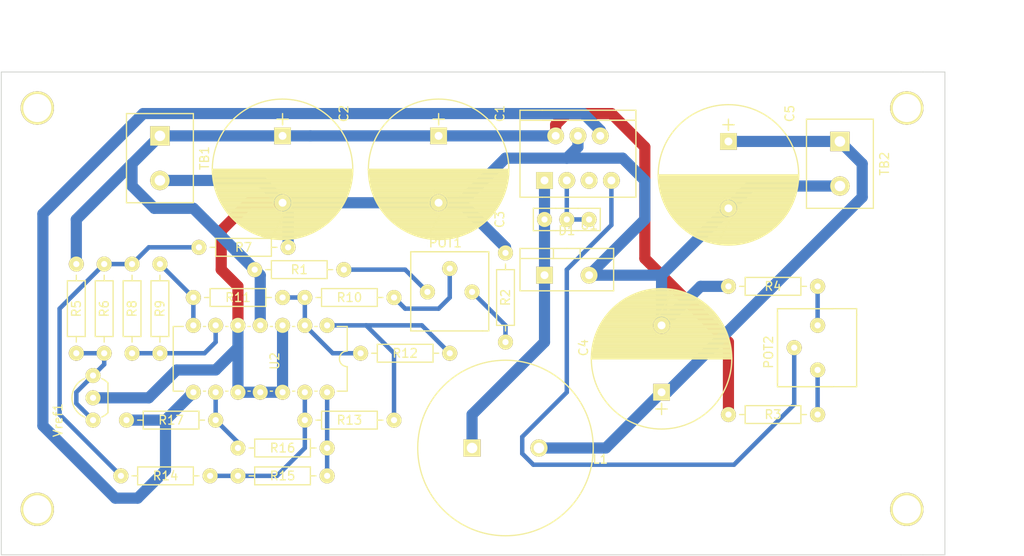
<source format=kicad_pcb>
(kicad_pcb (version 4) (host pcbnew 4.0.1-stable)

  (general
    (links 61)
    (no_connects 0)
    (area 97.449999 97.449999 205.050001 152.550001)
    (thickness 1.6)
    (drawings 11)
    (tracks 145)
    (zones 0)
    (modules 35)
    (nets 22)
  )

  (page A4)
  (layers
    (0 F.Cu signal)
    (31 B.Cu signal)
    (32 B.Adhes user)
    (33 F.Adhes user)
    (34 B.Paste user)
    (35 F.Paste user)
    (36 B.SilkS user)
    (37 F.SilkS user)
    (38 B.Mask user)
    (39 F.Mask user)
    (40 Dwgs.User user)
    (41 Cmts.User user)
    (42 Eco1.User user)
    (43 Eco2.User user)
    (44 Edge.Cuts user)
    (45 Margin user)
    (46 B.CrtYd user)
    (47 F.CrtYd user)
    (48 B.Fab user)
    (49 F.Fab user)
  )

  (setup
    (last_trace_width 0.508)
    (trace_clearance 0.508)
    (zone_clearance 0.508)
    (zone_45_only no)
    (trace_min 0.2)
    (segment_width 0.2)
    (edge_width 0.1)
    (via_size 0.6)
    (via_drill 0.4)
    (via_min_size 0.4)
    (via_min_drill 0.3)
    (uvia_size 0.3)
    (uvia_drill 0.1)
    (uvias_allowed no)
    (uvia_min_size 0.2)
    (uvia_min_drill 0.1)
    (pcb_text_width 0.3)
    (pcb_text_size 1.5 1.5)
    (mod_edge_width 0.15)
    (mod_text_size 1 1)
    (mod_text_width 0.15)
    (pad_size 1.5 1.5)
    (pad_drill 0.6)
    (pad_to_mask_clearance 0)
    (aux_axis_origin 0 0)
    (visible_elements 7FFEFFFF)
    (pcbplotparams
      (layerselection 0x01020_80000000)
      (usegerberextensions false)
      (excludeedgelayer true)
      (linewidth 0.100000)
      (plotframeref false)
      (viasonmask false)
      (mode 1)
      (useauxorigin false)
      (hpglpennumber 1)
      (hpglpenspeed 20)
      (hpglpendiameter 15)
      (hpglpenoverlay 2)
      (psnegative false)
      (psa4output false)
      (plotreference true)
      (plotvalue false)
      (plotinvisibletext false)
      (padsonsilk false)
      (subtractmaskfromsilk false)
      (outputformat 1)
      (mirror false)
      (drillshape 0)
      (scaleselection 1)
      (outputdirectory ""))
  )

  (net 0 "")
  (net 1 Vin)
  (net 2 GND)
  (net 3 "Net-(C3-Pad1)")
  (net 4 "Net-(C3-Pad2)")
  (net 5 "Net-(C4-Pad1)")
  (net 6 "Net-(POT1-Pad1)")
  (net 7 "Net-(POT1-Pad2)")
  (net 8 "Net-(POT1-Pad3)")
  (net 9 "Net-(POT2-Pad1)")
  (net 10 "Net-(POT2-Pad2)")
  (net 11 "Net-(POT2-Pad3)")
  (net 12 "Net-(R5-Pad1)")
  (net 13 1.19V)
  (net 14 "Net-(R8-Pad2)")
  (net 15 "Net-(R11-Pad1)")
  (net 16 "Net-(R10-Pad2)")
  (net 17 "Net-(R12-Pad2)")
  (net 18 "Net-(R13-Pad2)")
  (net 19 "Net-(R15-Pad2)")
  (net 20 "Net-(R16-Pad2)")
  (net 21 "Net-(R17-Pad2)")

  (net_class Default "This is the default net class."
    (clearance 0.508)
    (trace_width 0.508)
    (via_dia 0.6)
    (via_drill 0.4)
    (uvia_dia 0.3)
    (uvia_drill 0.1)
    (add_net 1.19V)
    (add_net "Net-(C3-Pad2)")
    (add_net "Net-(POT1-Pad1)")
    (add_net "Net-(POT1-Pad2)")
    (add_net "Net-(POT1-Pad3)")
    (add_net "Net-(POT2-Pad1)")
    (add_net "Net-(POT2-Pad2)")
    (add_net "Net-(POT2-Pad3)")
    (add_net "Net-(R10-Pad2)")
    (add_net "Net-(R11-Pad1)")
    (add_net "Net-(R12-Pad2)")
    (add_net "Net-(R13-Pad2)")
    (add_net "Net-(R15-Pad2)")
    (add_net "Net-(R16-Pad2)")
    (add_net "Net-(R5-Pad1)")
    (add_net "Net-(R8-Pad2)")
  )

  (net_class POWER ""
    (clearance 0.508)
    (trace_width 1.27)
    (via_dia 0.6)
    (via_drill 0.4)
    (uvia_dia 0.3)
    (uvia_drill 0.1)
    (add_net GND)
    (add_net "Net-(C3-Pad1)")
    (add_net "Net-(C4-Pad1)")
    (add_net "Net-(R17-Pad2)")
    (add_net Vin)
  )

  (module "Custom Footprint:Cap_Pol_Radial_D16_P4" (layer F.Cu) (tedit 586027E1) (tstamp 58602113)
    (at 147.32 108.585 270)
    (path /58597AD3)
    (fp_text reference C1 (at -6.35 -6.985 270) (layer F.SilkS)
      (effects (font (size 1 1) (thickness 0.15)))
    )
    (fp_text value 2.2mF (at -7.62 -8.89 270) (layer F.Fab)
      (effects (font (size 1 1) (thickness 0.15)))
    )
    (fp_line (start -6.35 0) (end -5.08 0) (layer F.SilkS) (width 0.15))
    (fp_line (start -5.08 0) (end -5.715 0) (layer F.SilkS) (width 0.15))
    (fp_line (start -5.715 0) (end -5.715 -0.635) (layer F.SilkS) (width 0.15))
    (fp_line (start -5.715 -0.635) (end -5.715 0.635) (layer F.SilkS) (width 0.15))
    (fp_line (start 2.794 -0.635) (end 2.667 0.508) (layer F.SilkS) (width 0.15))
    (fp_circle (center 3.81 0) (end 4.826 0.254) (layer F.SilkS) (width 0.15))
    (fp_line (start 0 -8.001) (end 0 8.001) (layer F.SilkS) (width 0.15))
    (fp_line (start 0 8.001) (end 0.127 7.9756) (layer F.SilkS) (width 0.15))
    (fp_line (start 0.127 7.9756) (end 0.127 -7.9756) (layer F.SilkS) (width 0.15))
    (fp_line (start 0.127 -7.9756) (end 0.254 -7.9756) (layer F.SilkS) (width 0.15))
    (fp_line (start 0.254 -7.9756) (end 0.254 7.9248) (layer F.SilkS) (width 0.15))
    (fp_line (start 0.254 7.9248) (end 0.381 7.9248) (layer F.SilkS) (width 0.15))
    (fp_line (start 0.381 7.9248) (end 0.381 -7.9502) (layer F.SilkS) (width 0.15))
    (fp_line (start 0.381 -7.9502) (end 0.508 -7.9502) (layer F.SilkS) (width 0.15))
    (fp_line (start 0.508 -7.9502) (end 0.508 7.9248) (layer F.SilkS) (width 0.15))
    (fp_line (start 0.508 7.9248) (end 0.635 7.9248) (layer F.SilkS) (width 0.15))
    (fp_line (start 0.635 7.9248) (end 0.635 -7.9756) (layer F.SilkS) (width 0.15))
    (fp_line (start 0.635 -7.9756) (end 0.762 -7.8994) (layer F.SilkS) (width 0.15))
    (fp_line (start 0.762 -7.8994) (end 0.762 7.8994) (layer F.SilkS) (width 0.15))
    (fp_line (start 0.762 7.8994) (end 0.889 7.8994) (layer F.SilkS) (width 0.15))
    (fp_line (start 0.889 7.8994) (end 0.889 -7.8994) (layer F.SilkS) (width 0.15))
    (fp_line (start 0.889 -7.8994) (end 1.016 -7.8994) (layer F.SilkS) (width 0.15))
    (fp_line (start 1.016 -7.8994) (end 1.016 7.8486) (layer F.SilkS) (width 0.15))
    (fp_line (start 1.016 7.8486) (end 1.143 7.8486) (layer F.SilkS) (width 0.15))
    (fp_line (start 1.143 7.8486) (end 1.143 -7.8994) (layer F.SilkS) (width 0.15))
    (fp_line (start 1.143 -7.8994) (end 1.27 -7.8486) (layer F.SilkS) (width 0.15))
    (fp_line (start 1.27 -7.8486) (end 1.27 7.8486) (layer F.SilkS) (width 0.15))
    (fp_line (start 1.27 7.8486) (end 1.397 7.8232) (layer F.SilkS) (width 0.15))
    (fp_line (start 1.397 7.8232) (end 1.397 -7.8232) (layer F.SilkS) (width 0.15))
    (fp_line (start 1.397 -7.8232) (end 1.524 -7.7978) (layer F.SilkS) (width 0.15))
    (fp_line (start 1.524 -7.7978) (end 1.524 7.7978) (layer F.SilkS) (width 0.15))
    (fp_line (start 1.524 7.7978) (end 1.651 7.7724) (layer F.SilkS) (width 0.15))
    (fp_line (start 1.651 7.7724) (end 1.651 -7.7216) (layer F.SilkS) (width 0.15))
    (fp_line (start 1.651 -7.7216) (end 1.778 -7.7216) (layer F.SilkS) (width 0.15))
    (fp_line (start 1.778 -7.7216) (end 1.778 7.7216) (layer F.SilkS) (width 0.15))
    (fp_line (start 1.778 7.7216) (end 1.905 7.6962) (layer F.SilkS) (width 0.15))
    (fp_line (start 1.905 7.6962) (end 1.905 -7.6962) (layer F.SilkS) (width 0.15))
    (fp_line (start 1.905 -7.6962) (end 2.032 -7.6962) (layer F.SilkS) (width 0.15))
    (fp_line (start 2.032 -7.6962) (end 2.032 7.6708) (layer F.SilkS) (width 0.15))
    (fp_line (start 2.032 7.6708) (end 2.159 7.6708) (layer F.SilkS) (width 0.15))
    (fp_line (start 2.159 7.6708) (end 2.159 -7.6454) (layer F.SilkS) (width 0.15))
    (fp_line (start 2.159 -7.6454) (end 2.286 -7.62) (layer F.SilkS) (width 0.15))
    (fp_line (start 2.286 -7.62) (end 2.286 7.62) (layer F.SilkS) (width 0.15))
    (fp_line (start 2.286 7.62) (end 2.413 7.5565) (layer F.SilkS) (width 0.15))
    (fp_line (start 2.413 7.5565) (end 2.413 -7.5565) (layer F.SilkS) (width 0.15))
    (fp_line (start 2.413 -7.5565) (end 2.54 -7.493) (layer F.SilkS) (width 0.15))
    (fp_line (start 2.54 -7.493) (end 2.54 7.5565) (layer F.SilkS) (width 0.15))
    (fp_line (start 2.54 7.5565) (end 2.667 7.493) (layer F.SilkS) (width 0.15))
    (fp_line (start 2.667 7.493) (end 2.667 -7.493) (layer F.SilkS) (width 0.15))
    (fp_line (start 2.667 -7.493) (end 2.794 -7.4295) (layer F.SilkS) (width 0.15))
    (fp_line (start 2.794 -7.4295) (end 2.794 -0.4445) (layer F.SilkS) (width 0.15))
    (fp_line (start 2.794 -0.4445) (end 2.921 -0.5715) (layer F.SilkS) (width 0.15))
    (fp_line (start 2.921 -0.5715) (end 2.921 -7.366) (layer F.SilkS) (width 0.15))
    (fp_line (start 2.921 -7.366) (end 3.048 -7.366) (layer F.SilkS) (width 0.15))
    (fp_line (start 3.048 -7.366) (end 3.048 -0.762) (layer F.SilkS) (width 0.15))
    (fp_line (start 3.048 -0.762) (end 3.175 -0.889) (layer F.SilkS) (width 0.15))
    (fp_line (start 3.175 -0.889) (end 3.175 -7.239) (layer F.SilkS) (width 0.15))
    (fp_line (start 3.175 -7.239) (end 3.302 -7.239) (layer F.SilkS) (width 0.15))
    (fp_line (start 3.302 -7.239) (end 3.302 -0.9525) (layer F.SilkS) (width 0.15))
    (fp_line (start 3.302 -0.9525) (end 3.429 -1.016) (layer F.SilkS) (width 0.15))
    (fp_line (start 3.429 -1.016) (end 3.429 -7.1755) (layer F.SilkS) (width 0.15))
    (fp_line (start 3.429 -7.1755) (end 3.556 -7.112) (layer F.SilkS) (width 0.15))
    (fp_line (start 3.556 -7.112) (end 3.556 -1.0795) (layer F.SilkS) (width 0.15))
    (fp_line (start 3.556 -1.0795) (end 3.683 -1.0795) (layer F.SilkS) (width 0.15))
    (fp_line (start 3.683 -1.0795) (end 3.683 -7.0485) (layer F.SilkS) (width 0.15))
    (fp_line (start 3.683 -7.0485) (end 3.81 -6.985) (layer F.SilkS) (width 0.15))
    (fp_line (start 3.81 -6.985) (end 3.81 -1.0795) (layer F.SilkS) (width 0.15))
    (fp_line (start 3.81 -1.0795) (end 3.937 -1.0795) (layer F.SilkS) (width 0.15))
    (fp_line (start 3.937 -1.0795) (end 3.937 -6.9215) (layer F.SilkS) (width 0.15))
    (fp_line (start 3.937 -6.9215) (end 4.064 -6.858) (layer F.SilkS) (width 0.15))
    (fp_line (start 4.064 -6.858) (end 4.064 -1.0795) (layer F.SilkS) (width 0.15))
    (fp_line (start 4.064 -1.0795) (end 4.191 -1.016) (layer F.SilkS) (width 0.15))
    (fp_line (start 4.191 -1.016) (end 4.191 -6.731) (layer F.SilkS) (width 0.15))
    (fp_line (start 4.191 -6.731) (end 4.318 -6.6675) (layer F.SilkS) (width 0.15))
    (fp_line (start 4.318 -6.6675) (end 4.318 -0.9525) (layer F.SilkS) (width 0.15))
    (fp_line (start 4.318 -0.9525) (end 4.445 -0.889) (layer F.SilkS) (width 0.15))
    (fp_line (start 4.445 -0.889) (end 4.445 -6.604) (layer F.SilkS) (width 0.15))
    (fp_line (start 4.445 -6.604) (end 4.572 -6.477) (layer F.SilkS) (width 0.15))
    (fp_line (start 4.572 -6.477) (end 4.572 -0.762) (layer F.SilkS) (width 0.15))
    (fp_line (start 4.572 -0.762) (end 4.699 -0.5715) (layer F.SilkS) (width 0.15))
    (fp_line (start 4.699 -0.5715) (end 4.699 -6.4135) (layer F.SilkS) (width 0.15))
    (fp_line (start 4.699 -6.4135) (end 4.826 -6.2865) (layer F.SilkS) (width 0.15))
    (fp_line (start 4.826 -6.2865) (end 4.826 -0.3175) (layer F.SilkS) (width 0.15))
    (fp_line (start 4.826 -0.3175) (end 4.953 -0.3175) (layer F.SilkS) (width 0.15))
    (fp_line (start 4.953 -0.3175) (end 4.953 -6.223) (layer F.SilkS) (width 0.15))
    (fp_line (start 4.953 -6.223) (end 5.08 -6.096) (layer F.SilkS) (width 0.15))
    (fp_line (start 5.08 -6.096) (end 5.08 6.096) (layer F.SilkS) (width 0.15))
    (fp_line (start 5.08 6.096) (end 5.207 6.0325) (layer F.SilkS) (width 0.15))
    (fp_line (start 5.207 6.0325) (end 5.207 -5.969) (layer F.SilkS) (width 0.15))
    (fp_line (start 5.207 -5.969) (end 5.334 -5.9055) (layer F.SilkS) (width 0.15))
    (fp_line (start 5.334 -5.9055) (end 5.334 5.9055) (layer F.SilkS) (width 0.15))
    (fp_line (start 5.334 5.9055) (end 5.461 5.7785) (layer F.SilkS) (width 0.15))
    (fp_line (start 5.461 5.7785) (end 5.461 -5.7785) (layer F.SilkS) (width 0.15))
    (fp_line (start 5.461 -5.7785) (end 5.588 -5.6515) (layer F.SilkS) (width 0.15))
    (fp_line (start 5.588 -5.6515) (end 5.588 5.588) (layer F.SilkS) (width 0.15))
    (fp_line (start 5.588 5.588) (end 5.715 5.5245) (layer F.SilkS) (width 0.15))
    (fp_line (start 5.715 5.5245) (end 5.715 -5.5245) (layer F.SilkS) (width 0.15))
    (fp_line (start 5.715 -5.5245) (end 5.842 -5.461) (layer F.SilkS) (width 0.15))
    (fp_line (start 5.842 -5.461) (end 5.842 5.334) (layer F.SilkS) (width 0.15))
    (fp_line (start 5.842 5.334) (end 5.969 5.2705) (layer F.SilkS) (width 0.15))
    (fp_line (start 5.969 5.2705) (end 5.969 -5.2705) (layer F.SilkS) (width 0.15))
    (fp_line (start 5.969 -5.2705) (end 6.096 -5.1435) (layer F.SilkS) (width 0.15))
    (fp_line (start 6.096 -5.1435) (end 6.096 5.0165) (layer F.SilkS) (width 0.15))
    (fp_line (start 6.096 5.0165) (end 6.223 4.953) (layer F.SilkS) (width 0.15))
    (fp_line (start 6.223 4.953) (end 6.223 -4.953) (layer F.SilkS) (width 0.15))
    (fp_line (start 6.223 -4.953) (end 6.35 -4.826) (layer F.SilkS) (width 0.15))
    (fp_line (start 6.35 -4.826) (end 6.35 4.826) (layer F.SilkS) (width 0.15))
    (fp_line (start 6.35 4.826) (end 6.477 4.572) (layer F.SilkS) (width 0.15))
    (fp_line (start 6.477 4.572) (end 6.477 -4.572) (layer F.SilkS) (width 0.15))
    (fp_line (start 6.477 -4.572) (end 6.604 -4.445) (layer F.SilkS) (width 0.15))
    (fp_line (start 6.604 -4.445) (end 6.604 4.445) (layer F.SilkS) (width 0.15))
    (fp_line (start 6.604 4.445) (end 6.731 4.2545) (layer F.SilkS) (width 0.15))
    (fp_line (start 6.731 4.2545) (end 6.731 -4.2545) (layer F.SilkS) (width 0.15))
    (fp_line (start 6.731 -4.2545) (end 6.858 -4.064) (layer F.SilkS) (width 0.15))
    (fp_line (start 6.858 -4.064) (end 6.858 4.0005) (layer F.SilkS) (width 0.15))
    (fp_line (start 6.858 4.0005) (end 6.985 3.81) (layer F.SilkS) (width 0.15))
    (fp_line (start 6.985 3.81) (end 6.985 -3.81) (layer F.SilkS) (width 0.15))
    (fp_line (start 6.985 -3.81) (end 7.112 -3.556) (layer F.SilkS) (width 0.15))
    (fp_line (start 7.112 -3.556) (end 7.112 3.556) (layer F.SilkS) (width 0.15))
    (fp_line (start 7.112 3.556) (end 7.239 3.302) (layer F.SilkS) (width 0.15))
    (fp_line (start 7.239 3.302) (end 7.239 -3.302) (layer F.SilkS) (width 0.15))
    (fp_line (start 7.239 -3.302) (end 7.366 -2.9845) (layer F.SilkS) (width 0.15))
    (fp_line (start 7.366 -2.9845) (end 7.366 2.9845) (layer F.SilkS) (width 0.15))
    (fp_line (start 7.366 2.9845) (end 7.493 2.7305) (layer F.SilkS) (width 0.15))
    (fp_line (start 7.493 2.7305) (end 7.493 -2.667) (layer F.SilkS) (width 0.15))
    (fp_line (start 7.493 -2.667) (end 7.62 -2.286) (layer F.SilkS) (width 0.15))
    (fp_line (start 7.62 -2.286) (end 7.62 2.286) (layer F.SilkS) (width 0.15))
    (fp_line (start 7.62 2.286) (end 7.747 1.905) (layer F.SilkS) (width 0.15))
    (fp_line (start 7.747 1.905) (end 7.747 -1.778) (layer F.SilkS) (width 0.15))
    (fp_line (start 7.747 -1.778) (end 7.874 -1.27) (layer F.SilkS) (width 0.15))
    (fp_line (start 7.874 -1.27) (end 7.874 1.27) (layer F.SilkS) (width 0.15))
    (fp_line (start 7.874 1.27) (end 4.953 -0.254) (layer F.SilkS) (width 0.15))
    (fp_line (start 4.953 -0.254) (end 4.953 6.096) (layer F.SilkS) (width 0.15))
    (fp_line (start 4.953 6.096) (end 4.826 6.2865) (layer F.SilkS) (width 0.15))
    (fp_line (start 4.826 6.2865) (end 4.826 0.381) (layer F.SilkS) (width 0.15))
    (fp_line (start 4.826 0.381) (end 4.699 0.5715) (layer F.SilkS) (width 0.15))
    (fp_line (start 4.699 0.5715) (end 4.699 6.4135) (layer F.SilkS) (width 0.15))
    (fp_line (start 4.699 6.4135) (end 4.572 6.5405) (layer F.SilkS) (width 0.15))
    (fp_line (start 4.572 6.5405) (end 4.572 0.762) (layer F.SilkS) (width 0.15))
    (fp_line (start 4.572 0.762) (end 4.445 0.8255) (layer F.SilkS) (width 0.15))
    (fp_line (start 4.445 0.8255) (end 4.445 6.5405) (layer F.SilkS) (width 0.15))
    (fp_line (start 4.445 6.5405) (end 4.318 6.6675) (layer F.SilkS) (width 0.15))
    (fp_line (start 4.318 6.6675) (end 4.318 0.9525) (layer F.SilkS) (width 0.15))
    (fp_line (start 4.318 0.9525) (end 4.191 1.016) (layer F.SilkS) (width 0.15))
    (fp_line (start 4.191 1.016) (end 4.191 6.731) (layer F.SilkS) (width 0.15))
    (fp_line (start 4.191 6.731) (end 4.064 6.7945) (layer F.SilkS) (width 0.15))
    (fp_line (start 4.064 6.7945) (end 4.064 1.0795) (layer F.SilkS) (width 0.15))
    (fp_line (start 4.064 1.0795) (end 3.937 1.0795) (layer F.SilkS) (width 0.15))
    (fp_line (start 3.937 1.0795) (end 3.937 6.9215) (layer F.SilkS) (width 0.15))
    (fp_line (start 3.937 6.9215) (end 3.81 6.985) (layer F.SilkS) (width 0.15))
    (fp_line (start 3.81 6.985) (end 3.81 1.0795) (layer F.SilkS) (width 0.15))
    (fp_line (start 3.81 1.0795) (end 3.683 1.0795) (layer F.SilkS) (width 0.15))
    (fp_line (start 3.683 1.0795) (end 3.683 7.0485) (layer F.SilkS) (width 0.15))
    (fp_line (start 3.683 7.0485) (end 3.556 7.112) (layer F.SilkS) (width 0.15))
    (fp_line (start 3.556 7.112) (end 3.556 1.016) (layer F.SilkS) (width 0.15))
    (fp_line (start 3.556 1.016) (end 3.429 1.016) (layer F.SilkS) (width 0.15))
    (fp_line (start 3.429 1.016) (end 3.429 7.1755) (layer F.SilkS) (width 0.15))
    (fp_line (start 3.429 7.1755) (end 3.302 7.239) (layer F.SilkS) (width 0.15))
    (fp_line (start 3.302 7.239) (end 3.302 0.9525) (layer F.SilkS) (width 0.15))
    (fp_line (start 3.302 0.9525) (end 3.175 0.889) (layer F.SilkS) (width 0.15))
    (fp_line (start 3.175 0.889) (end 3.175 7.239) (layer F.SilkS) (width 0.15))
    (fp_line (start 3.175 7.239) (end 3.048 7.3025) (layer F.SilkS) (width 0.15))
    (fp_line (start 3.048 7.3025) (end 3.048 0.762) (layer F.SilkS) (width 0.15))
    (fp_line (start 3.048 0.762) (end 2.921 0.5715) (layer F.SilkS) (width 0.15))
    (fp_line (start 2.921 0.5715) (end 2.921 7.366) (layer F.SilkS) (width 0.15))
    (fp_line (start 2.921 7.366) (end 2.794 7.4295) (layer F.SilkS) (width 0.15))
    (fp_line (start 2.794 7.4295) (end 2.794 0.4445) (layer F.SilkS) (width 0.15))
    (fp_circle (center 0 0) (end 8 0) (layer F.SilkS) (width 0.15))
    (pad 1 thru_hole rect (at -3.81 0 270) (size 1.916 1.916) (drill 0.9) (layers *.Cu *.Mask F.SilkS)
      (net 1 Vin))
    (pad 2 thru_hole circle (at 3.81 0 270) (size 1.916 1.916) (drill 0.9) (layers *.Cu *.Mask F.SilkS)
      (net 2 GND))
  )

  (module "Custom Footprint:Cap_Pol_Radial_D16_P4" (layer F.Cu) (tedit 586027E3) (tstamp 58602119)
    (at 129.54 108.585 270)
    (path /58597A7F)
    (fp_text reference C2 (at -6.35 -6.985 270) (layer F.SilkS)
      (effects (font (size 1 1) (thickness 0.15)))
    )
    (fp_text value 2.2mF (at -7.62 -8.89 270) (layer F.Fab)
      (effects (font (size 1 1) (thickness 0.15)))
    )
    (fp_line (start -6.35 0) (end -5.08 0) (layer F.SilkS) (width 0.15))
    (fp_line (start -5.08 0) (end -5.715 0) (layer F.SilkS) (width 0.15))
    (fp_line (start -5.715 0) (end -5.715 -0.635) (layer F.SilkS) (width 0.15))
    (fp_line (start -5.715 -0.635) (end -5.715 0.635) (layer F.SilkS) (width 0.15))
    (fp_line (start 2.794 -0.635) (end 2.667 0.508) (layer F.SilkS) (width 0.15))
    (fp_circle (center 3.81 0) (end 4.826 0.254) (layer F.SilkS) (width 0.15))
    (fp_line (start 0 -8.001) (end 0 8.001) (layer F.SilkS) (width 0.15))
    (fp_line (start 0 8.001) (end 0.127 7.9756) (layer F.SilkS) (width 0.15))
    (fp_line (start 0.127 7.9756) (end 0.127 -7.9756) (layer F.SilkS) (width 0.15))
    (fp_line (start 0.127 -7.9756) (end 0.254 -7.9756) (layer F.SilkS) (width 0.15))
    (fp_line (start 0.254 -7.9756) (end 0.254 7.9248) (layer F.SilkS) (width 0.15))
    (fp_line (start 0.254 7.9248) (end 0.381 7.9248) (layer F.SilkS) (width 0.15))
    (fp_line (start 0.381 7.9248) (end 0.381 -7.9502) (layer F.SilkS) (width 0.15))
    (fp_line (start 0.381 -7.9502) (end 0.508 -7.9502) (layer F.SilkS) (width 0.15))
    (fp_line (start 0.508 -7.9502) (end 0.508 7.9248) (layer F.SilkS) (width 0.15))
    (fp_line (start 0.508 7.9248) (end 0.635 7.9248) (layer F.SilkS) (width 0.15))
    (fp_line (start 0.635 7.9248) (end 0.635 -7.9756) (layer F.SilkS) (width 0.15))
    (fp_line (start 0.635 -7.9756) (end 0.762 -7.8994) (layer F.SilkS) (width 0.15))
    (fp_line (start 0.762 -7.8994) (end 0.762 7.8994) (layer F.SilkS) (width 0.15))
    (fp_line (start 0.762 7.8994) (end 0.889 7.8994) (layer F.SilkS) (width 0.15))
    (fp_line (start 0.889 7.8994) (end 0.889 -7.8994) (layer F.SilkS) (width 0.15))
    (fp_line (start 0.889 -7.8994) (end 1.016 -7.8994) (layer F.SilkS) (width 0.15))
    (fp_line (start 1.016 -7.8994) (end 1.016 7.8486) (layer F.SilkS) (width 0.15))
    (fp_line (start 1.016 7.8486) (end 1.143 7.8486) (layer F.SilkS) (width 0.15))
    (fp_line (start 1.143 7.8486) (end 1.143 -7.8994) (layer F.SilkS) (width 0.15))
    (fp_line (start 1.143 -7.8994) (end 1.27 -7.8486) (layer F.SilkS) (width 0.15))
    (fp_line (start 1.27 -7.8486) (end 1.27 7.8486) (layer F.SilkS) (width 0.15))
    (fp_line (start 1.27 7.8486) (end 1.397 7.8232) (layer F.SilkS) (width 0.15))
    (fp_line (start 1.397 7.8232) (end 1.397 -7.8232) (layer F.SilkS) (width 0.15))
    (fp_line (start 1.397 -7.8232) (end 1.524 -7.7978) (layer F.SilkS) (width 0.15))
    (fp_line (start 1.524 -7.7978) (end 1.524 7.7978) (layer F.SilkS) (width 0.15))
    (fp_line (start 1.524 7.7978) (end 1.651 7.7724) (layer F.SilkS) (width 0.15))
    (fp_line (start 1.651 7.7724) (end 1.651 -7.7216) (layer F.SilkS) (width 0.15))
    (fp_line (start 1.651 -7.7216) (end 1.778 -7.7216) (layer F.SilkS) (width 0.15))
    (fp_line (start 1.778 -7.7216) (end 1.778 7.7216) (layer F.SilkS) (width 0.15))
    (fp_line (start 1.778 7.7216) (end 1.905 7.6962) (layer F.SilkS) (width 0.15))
    (fp_line (start 1.905 7.6962) (end 1.905 -7.6962) (layer F.SilkS) (width 0.15))
    (fp_line (start 1.905 -7.6962) (end 2.032 -7.6962) (layer F.SilkS) (width 0.15))
    (fp_line (start 2.032 -7.6962) (end 2.032 7.6708) (layer F.SilkS) (width 0.15))
    (fp_line (start 2.032 7.6708) (end 2.159 7.6708) (layer F.SilkS) (width 0.15))
    (fp_line (start 2.159 7.6708) (end 2.159 -7.6454) (layer F.SilkS) (width 0.15))
    (fp_line (start 2.159 -7.6454) (end 2.286 -7.62) (layer F.SilkS) (width 0.15))
    (fp_line (start 2.286 -7.62) (end 2.286 7.62) (layer F.SilkS) (width 0.15))
    (fp_line (start 2.286 7.62) (end 2.413 7.5565) (layer F.SilkS) (width 0.15))
    (fp_line (start 2.413 7.5565) (end 2.413 -7.5565) (layer F.SilkS) (width 0.15))
    (fp_line (start 2.413 -7.5565) (end 2.54 -7.493) (layer F.SilkS) (width 0.15))
    (fp_line (start 2.54 -7.493) (end 2.54 7.5565) (layer F.SilkS) (width 0.15))
    (fp_line (start 2.54 7.5565) (end 2.667 7.493) (layer F.SilkS) (width 0.15))
    (fp_line (start 2.667 7.493) (end 2.667 -7.493) (layer F.SilkS) (width 0.15))
    (fp_line (start 2.667 -7.493) (end 2.794 -7.4295) (layer F.SilkS) (width 0.15))
    (fp_line (start 2.794 -7.4295) (end 2.794 -0.4445) (layer F.SilkS) (width 0.15))
    (fp_line (start 2.794 -0.4445) (end 2.921 -0.5715) (layer F.SilkS) (width 0.15))
    (fp_line (start 2.921 -0.5715) (end 2.921 -7.366) (layer F.SilkS) (width 0.15))
    (fp_line (start 2.921 -7.366) (end 3.048 -7.366) (layer F.SilkS) (width 0.15))
    (fp_line (start 3.048 -7.366) (end 3.048 -0.762) (layer F.SilkS) (width 0.15))
    (fp_line (start 3.048 -0.762) (end 3.175 -0.889) (layer F.SilkS) (width 0.15))
    (fp_line (start 3.175 -0.889) (end 3.175 -7.239) (layer F.SilkS) (width 0.15))
    (fp_line (start 3.175 -7.239) (end 3.302 -7.239) (layer F.SilkS) (width 0.15))
    (fp_line (start 3.302 -7.239) (end 3.302 -0.9525) (layer F.SilkS) (width 0.15))
    (fp_line (start 3.302 -0.9525) (end 3.429 -1.016) (layer F.SilkS) (width 0.15))
    (fp_line (start 3.429 -1.016) (end 3.429 -7.1755) (layer F.SilkS) (width 0.15))
    (fp_line (start 3.429 -7.1755) (end 3.556 -7.112) (layer F.SilkS) (width 0.15))
    (fp_line (start 3.556 -7.112) (end 3.556 -1.0795) (layer F.SilkS) (width 0.15))
    (fp_line (start 3.556 -1.0795) (end 3.683 -1.0795) (layer F.SilkS) (width 0.15))
    (fp_line (start 3.683 -1.0795) (end 3.683 -7.0485) (layer F.SilkS) (width 0.15))
    (fp_line (start 3.683 -7.0485) (end 3.81 -6.985) (layer F.SilkS) (width 0.15))
    (fp_line (start 3.81 -6.985) (end 3.81 -1.0795) (layer F.SilkS) (width 0.15))
    (fp_line (start 3.81 -1.0795) (end 3.937 -1.0795) (layer F.SilkS) (width 0.15))
    (fp_line (start 3.937 -1.0795) (end 3.937 -6.9215) (layer F.SilkS) (width 0.15))
    (fp_line (start 3.937 -6.9215) (end 4.064 -6.858) (layer F.SilkS) (width 0.15))
    (fp_line (start 4.064 -6.858) (end 4.064 -1.0795) (layer F.SilkS) (width 0.15))
    (fp_line (start 4.064 -1.0795) (end 4.191 -1.016) (layer F.SilkS) (width 0.15))
    (fp_line (start 4.191 -1.016) (end 4.191 -6.731) (layer F.SilkS) (width 0.15))
    (fp_line (start 4.191 -6.731) (end 4.318 -6.6675) (layer F.SilkS) (width 0.15))
    (fp_line (start 4.318 -6.6675) (end 4.318 -0.9525) (layer F.SilkS) (width 0.15))
    (fp_line (start 4.318 -0.9525) (end 4.445 -0.889) (layer F.SilkS) (width 0.15))
    (fp_line (start 4.445 -0.889) (end 4.445 -6.604) (layer F.SilkS) (width 0.15))
    (fp_line (start 4.445 -6.604) (end 4.572 -6.477) (layer F.SilkS) (width 0.15))
    (fp_line (start 4.572 -6.477) (end 4.572 -0.762) (layer F.SilkS) (width 0.15))
    (fp_line (start 4.572 -0.762) (end 4.699 -0.5715) (layer F.SilkS) (width 0.15))
    (fp_line (start 4.699 -0.5715) (end 4.699 -6.4135) (layer F.SilkS) (width 0.15))
    (fp_line (start 4.699 -6.4135) (end 4.826 -6.2865) (layer F.SilkS) (width 0.15))
    (fp_line (start 4.826 -6.2865) (end 4.826 -0.3175) (layer F.SilkS) (width 0.15))
    (fp_line (start 4.826 -0.3175) (end 4.953 -0.3175) (layer F.SilkS) (width 0.15))
    (fp_line (start 4.953 -0.3175) (end 4.953 -6.223) (layer F.SilkS) (width 0.15))
    (fp_line (start 4.953 -6.223) (end 5.08 -6.096) (layer F.SilkS) (width 0.15))
    (fp_line (start 5.08 -6.096) (end 5.08 6.096) (layer F.SilkS) (width 0.15))
    (fp_line (start 5.08 6.096) (end 5.207 6.0325) (layer F.SilkS) (width 0.15))
    (fp_line (start 5.207 6.0325) (end 5.207 -5.969) (layer F.SilkS) (width 0.15))
    (fp_line (start 5.207 -5.969) (end 5.334 -5.9055) (layer F.SilkS) (width 0.15))
    (fp_line (start 5.334 -5.9055) (end 5.334 5.9055) (layer F.SilkS) (width 0.15))
    (fp_line (start 5.334 5.9055) (end 5.461 5.7785) (layer F.SilkS) (width 0.15))
    (fp_line (start 5.461 5.7785) (end 5.461 -5.7785) (layer F.SilkS) (width 0.15))
    (fp_line (start 5.461 -5.7785) (end 5.588 -5.6515) (layer F.SilkS) (width 0.15))
    (fp_line (start 5.588 -5.6515) (end 5.588 5.588) (layer F.SilkS) (width 0.15))
    (fp_line (start 5.588 5.588) (end 5.715 5.5245) (layer F.SilkS) (width 0.15))
    (fp_line (start 5.715 5.5245) (end 5.715 -5.5245) (layer F.SilkS) (width 0.15))
    (fp_line (start 5.715 -5.5245) (end 5.842 -5.461) (layer F.SilkS) (width 0.15))
    (fp_line (start 5.842 -5.461) (end 5.842 5.334) (layer F.SilkS) (width 0.15))
    (fp_line (start 5.842 5.334) (end 5.969 5.2705) (layer F.SilkS) (width 0.15))
    (fp_line (start 5.969 5.2705) (end 5.969 -5.2705) (layer F.SilkS) (width 0.15))
    (fp_line (start 5.969 -5.2705) (end 6.096 -5.1435) (layer F.SilkS) (width 0.15))
    (fp_line (start 6.096 -5.1435) (end 6.096 5.0165) (layer F.SilkS) (width 0.15))
    (fp_line (start 6.096 5.0165) (end 6.223 4.953) (layer F.SilkS) (width 0.15))
    (fp_line (start 6.223 4.953) (end 6.223 -4.953) (layer F.SilkS) (width 0.15))
    (fp_line (start 6.223 -4.953) (end 6.35 -4.826) (layer F.SilkS) (width 0.15))
    (fp_line (start 6.35 -4.826) (end 6.35 4.826) (layer F.SilkS) (width 0.15))
    (fp_line (start 6.35 4.826) (end 6.477 4.572) (layer F.SilkS) (width 0.15))
    (fp_line (start 6.477 4.572) (end 6.477 -4.572) (layer F.SilkS) (width 0.15))
    (fp_line (start 6.477 -4.572) (end 6.604 -4.445) (layer F.SilkS) (width 0.15))
    (fp_line (start 6.604 -4.445) (end 6.604 4.445) (layer F.SilkS) (width 0.15))
    (fp_line (start 6.604 4.445) (end 6.731 4.2545) (layer F.SilkS) (width 0.15))
    (fp_line (start 6.731 4.2545) (end 6.731 -4.2545) (layer F.SilkS) (width 0.15))
    (fp_line (start 6.731 -4.2545) (end 6.858 -4.064) (layer F.SilkS) (width 0.15))
    (fp_line (start 6.858 -4.064) (end 6.858 4.0005) (layer F.SilkS) (width 0.15))
    (fp_line (start 6.858 4.0005) (end 6.985 3.81) (layer F.SilkS) (width 0.15))
    (fp_line (start 6.985 3.81) (end 6.985 -3.81) (layer F.SilkS) (width 0.15))
    (fp_line (start 6.985 -3.81) (end 7.112 -3.556) (layer F.SilkS) (width 0.15))
    (fp_line (start 7.112 -3.556) (end 7.112 3.556) (layer F.SilkS) (width 0.15))
    (fp_line (start 7.112 3.556) (end 7.239 3.302) (layer F.SilkS) (width 0.15))
    (fp_line (start 7.239 3.302) (end 7.239 -3.302) (layer F.SilkS) (width 0.15))
    (fp_line (start 7.239 -3.302) (end 7.366 -2.9845) (layer F.SilkS) (width 0.15))
    (fp_line (start 7.366 -2.9845) (end 7.366 2.9845) (layer F.SilkS) (width 0.15))
    (fp_line (start 7.366 2.9845) (end 7.493 2.7305) (layer F.SilkS) (width 0.15))
    (fp_line (start 7.493 2.7305) (end 7.493 -2.667) (layer F.SilkS) (width 0.15))
    (fp_line (start 7.493 -2.667) (end 7.62 -2.286) (layer F.SilkS) (width 0.15))
    (fp_line (start 7.62 -2.286) (end 7.62 2.286) (layer F.SilkS) (width 0.15))
    (fp_line (start 7.62 2.286) (end 7.747 1.905) (layer F.SilkS) (width 0.15))
    (fp_line (start 7.747 1.905) (end 7.747 -1.778) (layer F.SilkS) (width 0.15))
    (fp_line (start 7.747 -1.778) (end 7.874 -1.27) (layer F.SilkS) (width 0.15))
    (fp_line (start 7.874 -1.27) (end 7.874 1.27) (layer F.SilkS) (width 0.15))
    (fp_line (start 7.874 1.27) (end 4.953 -0.254) (layer F.SilkS) (width 0.15))
    (fp_line (start 4.953 -0.254) (end 4.953 6.096) (layer F.SilkS) (width 0.15))
    (fp_line (start 4.953 6.096) (end 4.826 6.2865) (layer F.SilkS) (width 0.15))
    (fp_line (start 4.826 6.2865) (end 4.826 0.381) (layer F.SilkS) (width 0.15))
    (fp_line (start 4.826 0.381) (end 4.699 0.5715) (layer F.SilkS) (width 0.15))
    (fp_line (start 4.699 0.5715) (end 4.699 6.4135) (layer F.SilkS) (width 0.15))
    (fp_line (start 4.699 6.4135) (end 4.572 6.5405) (layer F.SilkS) (width 0.15))
    (fp_line (start 4.572 6.5405) (end 4.572 0.762) (layer F.SilkS) (width 0.15))
    (fp_line (start 4.572 0.762) (end 4.445 0.8255) (layer F.SilkS) (width 0.15))
    (fp_line (start 4.445 0.8255) (end 4.445 6.5405) (layer F.SilkS) (width 0.15))
    (fp_line (start 4.445 6.5405) (end 4.318 6.6675) (layer F.SilkS) (width 0.15))
    (fp_line (start 4.318 6.6675) (end 4.318 0.9525) (layer F.SilkS) (width 0.15))
    (fp_line (start 4.318 0.9525) (end 4.191 1.016) (layer F.SilkS) (width 0.15))
    (fp_line (start 4.191 1.016) (end 4.191 6.731) (layer F.SilkS) (width 0.15))
    (fp_line (start 4.191 6.731) (end 4.064 6.7945) (layer F.SilkS) (width 0.15))
    (fp_line (start 4.064 6.7945) (end 4.064 1.0795) (layer F.SilkS) (width 0.15))
    (fp_line (start 4.064 1.0795) (end 3.937 1.0795) (layer F.SilkS) (width 0.15))
    (fp_line (start 3.937 1.0795) (end 3.937 6.9215) (layer F.SilkS) (width 0.15))
    (fp_line (start 3.937 6.9215) (end 3.81 6.985) (layer F.SilkS) (width 0.15))
    (fp_line (start 3.81 6.985) (end 3.81 1.0795) (layer F.SilkS) (width 0.15))
    (fp_line (start 3.81 1.0795) (end 3.683 1.0795) (layer F.SilkS) (width 0.15))
    (fp_line (start 3.683 1.0795) (end 3.683 7.0485) (layer F.SilkS) (width 0.15))
    (fp_line (start 3.683 7.0485) (end 3.556 7.112) (layer F.SilkS) (width 0.15))
    (fp_line (start 3.556 7.112) (end 3.556 1.016) (layer F.SilkS) (width 0.15))
    (fp_line (start 3.556 1.016) (end 3.429 1.016) (layer F.SilkS) (width 0.15))
    (fp_line (start 3.429 1.016) (end 3.429 7.1755) (layer F.SilkS) (width 0.15))
    (fp_line (start 3.429 7.1755) (end 3.302 7.239) (layer F.SilkS) (width 0.15))
    (fp_line (start 3.302 7.239) (end 3.302 0.9525) (layer F.SilkS) (width 0.15))
    (fp_line (start 3.302 0.9525) (end 3.175 0.889) (layer F.SilkS) (width 0.15))
    (fp_line (start 3.175 0.889) (end 3.175 7.239) (layer F.SilkS) (width 0.15))
    (fp_line (start 3.175 7.239) (end 3.048 7.3025) (layer F.SilkS) (width 0.15))
    (fp_line (start 3.048 7.3025) (end 3.048 0.762) (layer F.SilkS) (width 0.15))
    (fp_line (start 3.048 0.762) (end 2.921 0.5715) (layer F.SilkS) (width 0.15))
    (fp_line (start 2.921 0.5715) (end 2.921 7.366) (layer F.SilkS) (width 0.15))
    (fp_line (start 2.921 7.366) (end 2.794 7.4295) (layer F.SilkS) (width 0.15))
    (fp_line (start 2.794 7.4295) (end 2.794 0.4445) (layer F.SilkS) (width 0.15))
    (fp_circle (center 0 0) (end 8 0) (layer F.SilkS) (width 0.15))
    (pad 1 thru_hole rect (at -3.81 0 270) (size 1.916 1.916) (drill 0.9) (layers *.Cu *.Mask F.SilkS)
      (net 1 Vin))
    (pad 2 thru_hole circle (at 3.81 0 270) (size 1.916 1.916) (drill 0.9) (layers *.Cu *.Mask F.SilkS)
      (net 2 GND))
  )

  (module "Custom Footprint:Cap_UnPol_P3" (layer F.Cu) (tedit 580EAA09) (tstamp 58602120)
    (at 159.385 114.3 90)
    (descr "Through hole pin header")
    (tags "pin header")
    (path /58596566)
    (fp_text reference C3 (at 0 -5.1 90) (layer F.SilkS)
      (effects (font (size 1 1) (thickness 0.15)))
    )
    (fp_text value 10nF (at 0 -3.1 90) (layer F.Fab)
      (effects (font (size 1 1) (thickness 0.15)))
    )
    (fp_line (start 1.27 3.81) (end 1.27 6.35) (layer F.SilkS) (width 0.15))
    (fp_line (start 1.27 6.35) (end -1.27 6.35) (layer F.SilkS) (width 0.15))
    (fp_line (start -1.27 6.35) (end -1.27 3.81) (layer F.SilkS) (width 0.15))
    (fp_line (start -1.27 1.27) (end -1.27 -1.27) (layer F.SilkS) (width 0.15))
    (fp_line (start -1.27 -1.27) (end 1.27 -1.27) (layer F.SilkS) (width 0.15))
    (fp_line (start 1.27 -1.27) (end 1.27 1.27) (layer F.SilkS) (width 0.15))
    (fp_line (start 1.27 1.27) (end 1.27 3.81) (layer F.SilkS) (width 0.15))
    (fp_line (start -1.75 -1.75) (end -1.75 4.3) (layer F.CrtYd) (width 0.05))
    (fp_line (start 1.75 -1.75) (end 1.75 4.3) (layer F.CrtYd) (width 0.05))
    (fp_line (start -1.75 -1.75) (end 1.75 -1.75) (layer F.CrtYd) (width 0.05))
    (fp_line (start -1.75 4.3) (end 1.75 4.3) (layer F.CrtYd) (width 0.05))
    (fp_line (start -1.27 1.27) (end -1.27 3.81) (layer F.SilkS) (width 0.15))
    (pad 1 thru_hole circle (at 0 0 90) (size 1.716 1.716) (drill 0.7) (layers *.Cu *.Mask F.SilkS)
      (net 3 "Net-(C3-Pad1)"))
    (pad 2 thru_hole circle (at 0 2.54 90) (size 1.716 1.716) (drill 0.7) (layers *.Cu *.Mask F.SilkS)
      (net 4 "Net-(C3-Pad2)"))
    (pad 2 thru_hole circle (at 0 5.08 90) (size 1.716 1.716) (drill 0.7) (layers *.Cu *.Mask F.SilkS)
      (net 4 "Net-(C3-Pad2)"))
    (model Pin_Headers.3dshapes/Pin_Header_Straight_1x02.wrl
      (at (xyz 0 -0.05 0))
      (scale (xyz 1 1 1))
      (rotate (xyz 0 0 90))
    )
  )

  (module "Custom Footprint:Cap_Pol_Radial_D16_P4" (layer F.Cu) (tedit 586027F0) (tstamp 58602126)
    (at 172.72 130.175 90)
    (path /58597A23)
    (fp_text reference C4 (at 1.27 -8.89 90) (layer F.SilkS)
      (effects (font (size 1 1) (thickness 0.15)))
    )
    (fp_text value 2.2mF (at -7.62 -8.89 90) (layer F.Fab)
      (effects (font (size 1 1) (thickness 0.15)))
    )
    (fp_line (start -6.35 0) (end -5.08 0) (layer F.SilkS) (width 0.15))
    (fp_line (start -5.08 0) (end -5.715 0) (layer F.SilkS) (width 0.15))
    (fp_line (start -5.715 0) (end -5.715 -0.635) (layer F.SilkS) (width 0.15))
    (fp_line (start -5.715 -0.635) (end -5.715 0.635) (layer F.SilkS) (width 0.15))
    (fp_line (start 2.794 -0.635) (end 2.667 0.508) (layer F.SilkS) (width 0.15))
    (fp_circle (center 3.81 0) (end 4.826 0.254) (layer F.SilkS) (width 0.15))
    (fp_line (start 0 -8.001) (end 0 8.001) (layer F.SilkS) (width 0.15))
    (fp_line (start 0 8.001) (end 0.127 7.9756) (layer F.SilkS) (width 0.15))
    (fp_line (start 0.127 7.9756) (end 0.127 -7.9756) (layer F.SilkS) (width 0.15))
    (fp_line (start 0.127 -7.9756) (end 0.254 -7.9756) (layer F.SilkS) (width 0.15))
    (fp_line (start 0.254 -7.9756) (end 0.254 7.9248) (layer F.SilkS) (width 0.15))
    (fp_line (start 0.254 7.9248) (end 0.381 7.9248) (layer F.SilkS) (width 0.15))
    (fp_line (start 0.381 7.9248) (end 0.381 -7.9502) (layer F.SilkS) (width 0.15))
    (fp_line (start 0.381 -7.9502) (end 0.508 -7.9502) (layer F.SilkS) (width 0.15))
    (fp_line (start 0.508 -7.9502) (end 0.508 7.9248) (layer F.SilkS) (width 0.15))
    (fp_line (start 0.508 7.9248) (end 0.635 7.9248) (layer F.SilkS) (width 0.15))
    (fp_line (start 0.635 7.9248) (end 0.635 -7.9756) (layer F.SilkS) (width 0.15))
    (fp_line (start 0.635 -7.9756) (end 0.762 -7.8994) (layer F.SilkS) (width 0.15))
    (fp_line (start 0.762 -7.8994) (end 0.762 7.8994) (layer F.SilkS) (width 0.15))
    (fp_line (start 0.762 7.8994) (end 0.889 7.8994) (layer F.SilkS) (width 0.15))
    (fp_line (start 0.889 7.8994) (end 0.889 -7.8994) (layer F.SilkS) (width 0.15))
    (fp_line (start 0.889 -7.8994) (end 1.016 -7.8994) (layer F.SilkS) (width 0.15))
    (fp_line (start 1.016 -7.8994) (end 1.016 7.8486) (layer F.SilkS) (width 0.15))
    (fp_line (start 1.016 7.8486) (end 1.143 7.8486) (layer F.SilkS) (width 0.15))
    (fp_line (start 1.143 7.8486) (end 1.143 -7.8994) (layer F.SilkS) (width 0.15))
    (fp_line (start 1.143 -7.8994) (end 1.27 -7.8486) (layer F.SilkS) (width 0.15))
    (fp_line (start 1.27 -7.8486) (end 1.27 7.8486) (layer F.SilkS) (width 0.15))
    (fp_line (start 1.27 7.8486) (end 1.397 7.8232) (layer F.SilkS) (width 0.15))
    (fp_line (start 1.397 7.8232) (end 1.397 -7.8232) (layer F.SilkS) (width 0.15))
    (fp_line (start 1.397 -7.8232) (end 1.524 -7.7978) (layer F.SilkS) (width 0.15))
    (fp_line (start 1.524 -7.7978) (end 1.524 7.7978) (layer F.SilkS) (width 0.15))
    (fp_line (start 1.524 7.7978) (end 1.651 7.7724) (layer F.SilkS) (width 0.15))
    (fp_line (start 1.651 7.7724) (end 1.651 -7.7216) (layer F.SilkS) (width 0.15))
    (fp_line (start 1.651 -7.7216) (end 1.778 -7.7216) (layer F.SilkS) (width 0.15))
    (fp_line (start 1.778 -7.7216) (end 1.778 7.7216) (layer F.SilkS) (width 0.15))
    (fp_line (start 1.778 7.7216) (end 1.905 7.6962) (layer F.SilkS) (width 0.15))
    (fp_line (start 1.905 7.6962) (end 1.905 -7.6962) (layer F.SilkS) (width 0.15))
    (fp_line (start 1.905 -7.6962) (end 2.032 -7.6962) (layer F.SilkS) (width 0.15))
    (fp_line (start 2.032 -7.6962) (end 2.032 7.6708) (layer F.SilkS) (width 0.15))
    (fp_line (start 2.032 7.6708) (end 2.159 7.6708) (layer F.SilkS) (width 0.15))
    (fp_line (start 2.159 7.6708) (end 2.159 -7.6454) (layer F.SilkS) (width 0.15))
    (fp_line (start 2.159 -7.6454) (end 2.286 -7.62) (layer F.SilkS) (width 0.15))
    (fp_line (start 2.286 -7.62) (end 2.286 7.62) (layer F.SilkS) (width 0.15))
    (fp_line (start 2.286 7.62) (end 2.413 7.5565) (layer F.SilkS) (width 0.15))
    (fp_line (start 2.413 7.5565) (end 2.413 -7.5565) (layer F.SilkS) (width 0.15))
    (fp_line (start 2.413 -7.5565) (end 2.54 -7.493) (layer F.SilkS) (width 0.15))
    (fp_line (start 2.54 -7.493) (end 2.54 7.5565) (layer F.SilkS) (width 0.15))
    (fp_line (start 2.54 7.5565) (end 2.667 7.493) (layer F.SilkS) (width 0.15))
    (fp_line (start 2.667 7.493) (end 2.667 -7.493) (layer F.SilkS) (width 0.15))
    (fp_line (start 2.667 -7.493) (end 2.794 -7.4295) (layer F.SilkS) (width 0.15))
    (fp_line (start 2.794 -7.4295) (end 2.794 -0.4445) (layer F.SilkS) (width 0.15))
    (fp_line (start 2.794 -0.4445) (end 2.921 -0.5715) (layer F.SilkS) (width 0.15))
    (fp_line (start 2.921 -0.5715) (end 2.921 -7.366) (layer F.SilkS) (width 0.15))
    (fp_line (start 2.921 -7.366) (end 3.048 -7.366) (layer F.SilkS) (width 0.15))
    (fp_line (start 3.048 -7.366) (end 3.048 -0.762) (layer F.SilkS) (width 0.15))
    (fp_line (start 3.048 -0.762) (end 3.175 -0.889) (layer F.SilkS) (width 0.15))
    (fp_line (start 3.175 -0.889) (end 3.175 -7.239) (layer F.SilkS) (width 0.15))
    (fp_line (start 3.175 -7.239) (end 3.302 -7.239) (layer F.SilkS) (width 0.15))
    (fp_line (start 3.302 -7.239) (end 3.302 -0.9525) (layer F.SilkS) (width 0.15))
    (fp_line (start 3.302 -0.9525) (end 3.429 -1.016) (layer F.SilkS) (width 0.15))
    (fp_line (start 3.429 -1.016) (end 3.429 -7.1755) (layer F.SilkS) (width 0.15))
    (fp_line (start 3.429 -7.1755) (end 3.556 -7.112) (layer F.SilkS) (width 0.15))
    (fp_line (start 3.556 -7.112) (end 3.556 -1.0795) (layer F.SilkS) (width 0.15))
    (fp_line (start 3.556 -1.0795) (end 3.683 -1.0795) (layer F.SilkS) (width 0.15))
    (fp_line (start 3.683 -1.0795) (end 3.683 -7.0485) (layer F.SilkS) (width 0.15))
    (fp_line (start 3.683 -7.0485) (end 3.81 -6.985) (layer F.SilkS) (width 0.15))
    (fp_line (start 3.81 -6.985) (end 3.81 -1.0795) (layer F.SilkS) (width 0.15))
    (fp_line (start 3.81 -1.0795) (end 3.937 -1.0795) (layer F.SilkS) (width 0.15))
    (fp_line (start 3.937 -1.0795) (end 3.937 -6.9215) (layer F.SilkS) (width 0.15))
    (fp_line (start 3.937 -6.9215) (end 4.064 -6.858) (layer F.SilkS) (width 0.15))
    (fp_line (start 4.064 -6.858) (end 4.064 -1.0795) (layer F.SilkS) (width 0.15))
    (fp_line (start 4.064 -1.0795) (end 4.191 -1.016) (layer F.SilkS) (width 0.15))
    (fp_line (start 4.191 -1.016) (end 4.191 -6.731) (layer F.SilkS) (width 0.15))
    (fp_line (start 4.191 -6.731) (end 4.318 -6.6675) (layer F.SilkS) (width 0.15))
    (fp_line (start 4.318 -6.6675) (end 4.318 -0.9525) (layer F.SilkS) (width 0.15))
    (fp_line (start 4.318 -0.9525) (end 4.445 -0.889) (layer F.SilkS) (width 0.15))
    (fp_line (start 4.445 -0.889) (end 4.445 -6.604) (layer F.SilkS) (width 0.15))
    (fp_line (start 4.445 -6.604) (end 4.572 -6.477) (layer F.SilkS) (width 0.15))
    (fp_line (start 4.572 -6.477) (end 4.572 -0.762) (layer F.SilkS) (width 0.15))
    (fp_line (start 4.572 -0.762) (end 4.699 -0.5715) (layer F.SilkS) (width 0.15))
    (fp_line (start 4.699 -0.5715) (end 4.699 -6.4135) (layer F.SilkS) (width 0.15))
    (fp_line (start 4.699 -6.4135) (end 4.826 -6.2865) (layer F.SilkS) (width 0.15))
    (fp_line (start 4.826 -6.2865) (end 4.826 -0.3175) (layer F.SilkS) (width 0.15))
    (fp_line (start 4.826 -0.3175) (end 4.953 -0.3175) (layer F.SilkS) (width 0.15))
    (fp_line (start 4.953 -0.3175) (end 4.953 -6.223) (layer F.SilkS) (width 0.15))
    (fp_line (start 4.953 -6.223) (end 5.08 -6.096) (layer F.SilkS) (width 0.15))
    (fp_line (start 5.08 -6.096) (end 5.08 6.096) (layer F.SilkS) (width 0.15))
    (fp_line (start 5.08 6.096) (end 5.207 6.0325) (layer F.SilkS) (width 0.15))
    (fp_line (start 5.207 6.0325) (end 5.207 -5.969) (layer F.SilkS) (width 0.15))
    (fp_line (start 5.207 -5.969) (end 5.334 -5.9055) (layer F.SilkS) (width 0.15))
    (fp_line (start 5.334 -5.9055) (end 5.334 5.9055) (layer F.SilkS) (width 0.15))
    (fp_line (start 5.334 5.9055) (end 5.461 5.7785) (layer F.SilkS) (width 0.15))
    (fp_line (start 5.461 5.7785) (end 5.461 -5.7785) (layer F.SilkS) (width 0.15))
    (fp_line (start 5.461 -5.7785) (end 5.588 -5.6515) (layer F.SilkS) (width 0.15))
    (fp_line (start 5.588 -5.6515) (end 5.588 5.588) (layer F.SilkS) (width 0.15))
    (fp_line (start 5.588 5.588) (end 5.715 5.5245) (layer F.SilkS) (width 0.15))
    (fp_line (start 5.715 5.5245) (end 5.715 -5.5245) (layer F.SilkS) (width 0.15))
    (fp_line (start 5.715 -5.5245) (end 5.842 -5.461) (layer F.SilkS) (width 0.15))
    (fp_line (start 5.842 -5.461) (end 5.842 5.334) (layer F.SilkS) (width 0.15))
    (fp_line (start 5.842 5.334) (end 5.969 5.2705) (layer F.SilkS) (width 0.15))
    (fp_line (start 5.969 5.2705) (end 5.969 -5.2705) (layer F.SilkS) (width 0.15))
    (fp_line (start 5.969 -5.2705) (end 6.096 -5.1435) (layer F.SilkS) (width 0.15))
    (fp_line (start 6.096 -5.1435) (end 6.096 5.0165) (layer F.SilkS) (width 0.15))
    (fp_line (start 6.096 5.0165) (end 6.223 4.953) (layer F.SilkS) (width 0.15))
    (fp_line (start 6.223 4.953) (end 6.223 -4.953) (layer F.SilkS) (width 0.15))
    (fp_line (start 6.223 -4.953) (end 6.35 -4.826) (layer F.SilkS) (width 0.15))
    (fp_line (start 6.35 -4.826) (end 6.35 4.826) (layer F.SilkS) (width 0.15))
    (fp_line (start 6.35 4.826) (end 6.477 4.572) (layer F.SilkS) (width 0.15))
    (fp_line (start 6.477 4.572) (end 6.477 -4.572) (layer F.SilkS) (width 0.15))
    (fp_line (start 6.477 -4.572) (end 6.604 -4.445) (layer F.SilkS) (width 0.15))
    (fp_line (start 6.604 -4.445) (end 6.604 4.445) (layer F.SilkS) (width 0.15))
    (fp_line (start 6.604 4.445) (end 6.731 4.2545) (layer F.SilkS) (width 0.15))
    (fp_line (start 6.731 4.2545) (end 6.731 -4.2545) (layer F.SilkS) (width 0.15))
    (fp_line (start 6.731 -4.2545) (end 6.858 -4.064) (layer F.SilkS) (width 0.15))
    (fp_line (start 6.858 -4.064) (end 6.858 4.0005) (layer F.SilkS) (width 0.15))
    (fp_line (start 6.858 4.0005) (end 6.985 3.81) (layer F.SilkS) (width 0.15))
    (fp_line (start 6.985 3.81) (end 6.985 -3.81) (layer F.SilkS) (width 0.15))
    (fp_line (start 6.985 -3.81) (end 7.112 -3.556) (layer F.SilkS) (width 0.15))
    (fp_line (start 7.112 -3.556) (end 7.112 3.556) (layer F.SilkS) (width 0.15))
    (fp_line (start 7.112 3.556) (end 7.239 3.302) (layer F.SilkS) (width 0.15))
    (fp_line (start 7.239 3.302) (end 7.239 -3.302) (layer F.SilkS) (width 0.15))
    (fp_line (start 7.239 -3.302) (end 7.366 -2.9845) (layer F.SilkS) (width 0.15))
    (fp_line (start 7.366 -2.9845) (end 7.366 2.9845) (layer F.SilkS) (width 0.15))
    (fp_line (start 7.366 2.9845) (end 7.493 2.7305) (layer F.SilkS) (width 0.15))
    (fp_line (start 7.493 2.7305) (end 7.493 -2.667) (layer F.SilkS) (width 0.15))
    (fp_line (start 7.493 -2.667) (end 7.62 -2.286) (layer F.SilkS) (width 0.15))
    (fp_line (start 7.62 -2.286) (end 7.62 2.286) (layer F.SilkS) (width 0.15))
    (fp_line (start 7.62 2.286) (end 7.747 1.905) (layer F.SilkS) (width 0.15))
    (fp_line (start 7.747 1.905) (end 7.747 -1.778) (layer F.SilkS) (width 0.15))
    (fp_line (start 7.747 -1.778) (end 7.874 -1.27) (layer F.SilkS) (width 0.15))
    (fp_line (start 7.874 -1.27) (end 7.874 1.27) (layer F.SilkS) (width 0.15))
    (fp_line (start 7.874 1.27) (end 4.953 -0.254) (layer F.SilkS) (width 0.15))
    (fp_line (start 4.953 -0.254) (end 4.953 6.096) (layer F.SilkS) (width 0.15))
    (fp_line (start 4.953 6.096) (end 4.826 6.2865) (layer F.SilkS) (width 0.15))
    (fp_line (start 4.826 6.2865) (end 4.826 0.381) (layer F.SilkS) (width 0.15))
    (fp_line (start 4.826 0.381) (end 4.699 0.5715) (layer F.SilkS) (width 0.15))
    (fp_line (start 4.699 0.5715) (end 4.699 6.4135) (layer F.SilkS) (width 0.15))
    (fp_line (start 4.699 6.4135) (end 4.572 6.5405) (layer F.SilkS) (width 0.15))
    (fp_line (start 4.572 6.5405) (end 4.572 0.762) (layer F.SilkS) (width 0.15))
    (fp_line (start 4.572 0.762) (end 4.445 0.8255) (layer F.SilkS) (width 0.15))
    (fp_line (start 4.445 0.8255) (end 4.445 6.5405) (layer F.SilkS) (width 0.15))
    (fp_line (start 4.445 6.5405) (end 4.318 6.6675) (layer F.SilkS) (width 0.15))
    (fp_line (start 4.318 6.6675) (end 4.318 0.9525) (layer F.SilkS) (width 0.15))
    (fp_line (start 4.318 0.9525) (end 4.191 1.016) (layer F.SilkS) (width 0.15))
    (fp_line (start 4.191 1.016) (end 4.191 6.731) (layer F.SilkS) (width 0.15))
    (fp_line (start 4.191 6.731) (end 4.064 6.7945) (layer F.SilkS) (width 0.15))
    (fp_line (start 4.064 6.7945) (end 4.064 1.0795) (layer F.SilkS) (width 0.15))
    (fp_line (start 4.064 1.0795) (end 3.937 1.0795) (layer F.SilkS) (width 0.15))
    (fp_line (start 3.937 1.0795) (end 3.937 6.9215) (layer F.SilkS) (width 0.15))
    (fp_line (start 3.937 6.9215) (end 3.81 6.985) (layer F.SilkS) (width 0.15))
    (fp_line (start 3.81 6.985) (end 3.81 1.0795) (layer F.SilkS) (width 0.15))
    (fp_line (start 3.81 1.0795) (end 3.683 1.0795) (layer F.SilkS) (width 0.15))
    (fp_line (start 3.683 1.0795) (end 3.683 7.0485) (layer F.SilkS) (width 0.15))
    (fp_line (start 3.683 7.0485) (end 3.556 7.112) (layer F.SilkS) (width 0.15))
    (fp_line (start 3.556 7.112) (end 3.556 1.016) (layer F.SilkS) (width 0.15))
    (fp_line (start 3.556 1.016) (end 3.429 1.016) (layer F.SilkS) (width 0.15))
    (fp_line (start 3.429 1.016) (end 3.429 7.1755) (layer F.SilkS) (width 0.15))
    (fp_line (start 3.429 7.1755) (end 3.302 7.239) (layer F.SilkS) (width 0.15))
    (fp_line (start 3.302 7.239) (end 3.302 0.9525) (layer F.SilkS) (width 0.15))
    (fp_line (start 3.302 0.9525) (end 3.175 0.889) (layer F.SilkS) (width 0.15))
    (fp_line (start 3.175 0.889) (end 3.175 7.239) (layer F.SilkS) (width 0.15))
    (fp_line (start 3.175 7.239) (end 3.048 7.3025) (layer F.SilkS) (width 0.15))
    (fp_line (start 3.048 7.3025) (end 3.048 0.762) (layer F.SilkS) (width 0.15))
    (fp_line (start 3.048 0.762) (end 2.921 0.5715) (layer F.SilkS) (width 0.15))
    (fp_line (start 2.921 0.5715) (end 2.921 7.366) (layer F.SilkS) (width 0.15))
    (fp_line (start 2.921 7.366) (end 2.794 7.4295) (layer F.SilkS) (width 0.15))
    (fp_line (start 2.794 7.4295) (end 2.794 0.4445) (layer F.SilkS) (width 0.15))
    (fp_circle (center 0 0) (end 8 0) (layer F.SilkS) (width 0.15))
    (pad 1 thru_hole rect (at -3.81 0 90) (size 1.916 1.916) (drill 0.9) (layers *.Cu *.Mask F.SilkS)
      (net 5 "Net-(C4-Pad1)"))
    (pad 2 thru_hole circle (at 3.81 0 90) (size 1.916 1.916) (drill 0.9) (layers *.Cu *.Mask F.SilkS)
      (net 2 GND))
  )

  (module "Custom Footprint:Cap_Pol_Radial_D16_P4" (layer F.Cu) (tedit 586027EA) (tstamp 5860212C)
    (at 180.34 109.22 270)
    (path /58597A60)
    (fp_text reference C5 (at -6.985 -6.985 270) (layer F.SilkS)
      (effects (font (size 1 1) (thickness 0.15)))
    )
    (fp_text value 2.2mF (at -7.62 -8.89 270) (layer F.Fab)
      (effects (font (size 1 1) (thickness 0.15)))
    )
    (fp_line (start -6.35 0) (end -5.08 0) (layer F.SilkS) (width 0.15))
    (fp_line (start -5.08 0) (end -5.715 0) (layer F.SilkS) (width 0.15))
    (fp_line (start -5.715 0) (end -5.715 -0.635) (layer F.SilkS) (width 0.15))
    (fp_line (start -5.715 -0.635) (end -5.715 0.635) (layer F.SilkS) (width 0.15))
    (fp_line (start 2.794 -0.635) (end 2.667 0.508) (layer F.SilkS) (width 0.15))
    (fp_circle (center 3.81 0) (end 4.826 0.254) (layer F.SilkS) (width 0.15))
    (fp_line (start 0 -8.001) (end 0 8.001) (layer F.SilkS) (width 0.15))
    (fp_line (start 0 8.001) (end 0.127 7.9756) (layer F.SilkS) (width 0.15))
    (fp_line (start 0.127 7.9756) (end 0.127 -7.9756) (layer F.SilkS) (width 0.15))
    (fp_line (start 0.127 -7.9756) (end 0.254 -7.9756) (layer F.SilkS) (width 0.15))
    (fp_line (start 0.254 -7.9756) (end 0.254 7.9248) (layer F.SilkS) (width 0.15))
    (fp_line (start 0.254 7.9248) (end 0.381 7.9248) (layer F.SilkS) (width 0.15))
    (fp_line (start 0.381 7.9248) (end 0.381 -7.9502) (layer F.SilkS) (width 0.15))
    (fp_line (start 0.381 -7.9502) (end 0.508 -7.9502) (layer F.SilkS) (width 0.15))
    (fp_line (start 0.508 -7.9502) (end 0.508 7.9248) (layer F.SilkS) (width 0.15))
    (fp_line (start 0.508 7.9248) (end 0.635 7.9248) (layer F.SilkS) (width 0.15))
    (fp_line (start 0.635 7.9248) (end 0.635 -7.9756) (layer F.SilkS) (width 0.15))
    (fp_line (start 0.635 -7.9756) (end 0.762 -7.8994) (layer F.SilkS) (width 0.15))
    (fp_line (start 0.762 -7.8994) (end 0.762 7.8994) (layer F.SilkS) (width 0.15))
    (fp_line (start 0.762 7.8994) (end 0.889 7.8994) (layer F.SilkS) (width 0.15))
    (fp_line (start 0.889 7.8994) (end 0.889 -7.8994) (layer F.SilkS) (width 0.15))
    (fp_line (start 0.889 -7.8994) (end 1.016 -7.8994) (layer F.SilkS) (width 0.15))
    (fp_line (start 1.016 -7.8994) (end 1.016 7.8486) (layer F.SilkS) (width 0.15))
    (fp_line (start 1.016 7.8486) (end 1.143 7.8486) (layer F.SilkS) (width 0.15))
    (fp_line (start 1.143 7.8486) (end 1.143 -7.8994) (layer F.SilkS) (width 0.15))
    (fp_line (start 1.143 -7.8994) (end 1.27 -7.8486) (layer F.SilkS) (width 0.15))
    (fp_line (start 1.27 -7.8486) (end 1.27 7.8486) (layer F.SilkS) (width 0.15))
    (fp_line (start 1.27 7.8486) (end 1.397 7.8232) (layer F.SilkS) (width 0.15))
    (fp_line (start 1.397 7.8232) (end 1.397 -7.8232) (layer F.SilkS) (width 0.15))
    (fp_line (start 1.397 -7.8232) (end 1.524 -7.7978) (layer F.SilkS) (width 0.15))
    (fp_line (start 1.524 -7.7978) (end 1.524 7.7978) (layer F.SilkS) (width 0.15))
    (fp_line (start 1.524 7.7978) (end 1.651 7.7724) (layer F.SilkS) (width 0.15))
    (fp_line (start 1.651 7.7724) (end 1.651 -7.7216) (layer F.SilkS) (width 0.15))
    (fp_line (start 1.651 -7.7216) (end 1.778 -7.7216) (layer F.SilkS) (width 0.15))
    (fp_line (start 1.778 -7.7216) (end 1.778 7.7216) (layer F.SilkS) (width 0.15))
    (fp_line (start 1.778 7.7216) (end 1.905 7.6962) (layer F.SilkS) (width 0.15))
    (fp_line (start 1.905 7.6962) (end 1.905 -7.6962) (layer F.SilkS) (width 0.15))
    (fp_line (start 1.905 -7.6962) (end 2.032 -7.6962) (layer F.SilkS) (width 0.15))
    (fp_line (start 2.032 -7.6962) (end 2.032 7.6708) (layer F.SilkS) (width 0.15))
    (fp_line (start 2.032 7.6708) (end 2.159 7.6708) (layer F.SilkS) (width 0.15))
    (fp_line (start 2.159 7.6708) (end 2.159 -7.6454) (layer F.SilkS) (width 0.15))
    (fp_line (start 2.159 -7.6454) (end 2.286 -7.62) (layer F.SilkS) (width 0.15))
    (fp_line (start 2.286 -7.62) (end 2.286 7.62) (layer F.SilkS) (width 0.15))
    (fp_line (start 2.286 7.62) (end 2.413 7.5565) (layer F.SilkS) (width 0.15))
    (fp_line (start 2.413 7.5565) (end 2.413 -7.5565) (layer F.SilkS) (width 0.15))
    (fp_line (start 2.413 -7.5565) (end 2.54 -7.493) (layer F.SilkS) (width 0.15))
    (fp_line (start 2.54 -7.493) (end 2.54 7.5565) (layer F.SilkS) (width 0.15))
    (fp_line (start 2.54 7.5565) (end 2.667 7.493) (layer F.SilkS) (width 0.15))
    (fp_line (start 2.667 7.493) (end 2.667 -7.493) (layer F.SilkS) (width 0.15))
    (fp_line (start 2.667 -7.493) (end 2.794 -7.4295) (layer F.SilkS) (width 0.15))
    (fp_line (start 2.794 -7.4295) (end 2.794 -0.4445) (layer F.SilkS) (width 0.15))
    (fp_line (start 2.794 -0.4445) (end 2.921 -0.5715) (layer F.SilkS) (width 0.15))
    (fp_line (start 2.921 -0.5715) (end 2.921 -7.366) (layer F.SilkS) (width 0.15))
    (fp_line (start 2.921 -7.366) (end 3.048 -7.366) (layer F.SilkS) (width 0.15))
    (fp_line (start 3.048 -7.366) (end 3.048 -0.762) (layer F.SilkS) (width 0.15))
    (fp_line (start 3.048 -0.762) (end 3.175 -0.889) (layer F.SilkS) (width 0.15))
    (fp_line (start 3.175 -0.889) (end 3.175 -7.239) (layer F.SilkS) (width 0.15))
    (fp_line (start 3.175 -7.239) (end 3.302 -7.239) (layer F.SilkS) (width 0.15))
    (fp_line (start 3.302 -7.239) (end 3.302 -0.9525) (layer F.SilkS) (width 0.15))
    (fp_line (start 3.302 -0.9525) (end 3.429 -1.016) (layer F.SilkS) (width 0.15))
    (fp_line (start 3.429 -1.016) (end 3.429 -7.1755) (layer F.SilkS) (width 0.15))
    (fp_line (start 3.429 -7.1755) (end 3.556 -7.112) (layer F.SilkS) (width 0.15))
    (fp_line (start 3.556 -7.112) (end 3.556 -1.0795) (layer F.SilkS) (width 0.15))
    (fp_line (start 3.556 -1.0795) (end 3.683 -1.0795) (layer F.SilkS) (width 0.15))
    (fp_line (start 3.683 -1.0795) (end 3.683 -7.0485) (layer F.SilkS) (width 0.15))
    (fp_line (start 3.683 -7.0485) (end 3.81 -6.985) (layer F.SilkS) (width 0.15))
    (fp_line (start 3.81 -6.985) (end 3.81 -1.0795) (layer F.SilkS) (width 0.15))
    (fp_line (start 3.81 -1.0795) (end 3.937 -1.0795) (layer F.SilkS) (width 0.15))
    (fp_line (start 3.937 -1.0795) (end 3.937 -6.9215) (layer F.SilkS) (width 0.15))
    (fp_line (start 3.937 -6.9215) (end 4.064 -6.858) (layer F.SilkS) (width 0.15))
    (fp_line (start 4.064 -6.858) (end 4.064 -1.0795) (layer F.SilkS) (width 0.15))
    (fp_line (start 4.064 -1.0795) (end 4.191 -1.016) (layer F.SilkS) (width 0.15))
    (fp_line (start 4.191 -1.016) (end 4.191 -6.731) (layer F.SilkS) (width 0.15))
    (fp_line (start 4.191 -6.731) (end 4.318 -6.6675) (layer F.SilkS) (width 0.15))
    (fp_line (start 4.318 -6.6675) (end 4.318 -0.9525) (layer F.SilkS) (width 0.15))
    (fp_line (start 4.318 -0.9525) (end 4.445 -0.889) (layer F.SilkS) (width 0.15))
    (fp_line (start 4.445 -0.889) (end 4.445 -6.604) (layer F.SilkS) (width 0.15))
    (fp_line (start 4.445 -6.604) (end 4.572 -6.477) (layer F.SilkS) (width 0.15))
    (fp_line (start 4.572 -6.477) (end 4.572 -0.762) (layer F.SilkS) (width 0.15))
    (fp_line (start 4.572 -0.762) (end 4.699 -0.5715) (layer F.SilkS) (width 0.15))
    (fp_line (start 4.699 -0.5715) (end 4.699 -6.4135) (layer F.SilkS) (width 0.15))
    (fp_line (start 4.699 -6.4135) (end 4.826 -6.2865) (layer F.SilkS) (width 0.15))
    (fp_line (start 4.826 -6.2865) (end 4.826 -0.3175) (layer F.SilkS) (width 0.15))
    (fp_line (start 4.826 -0.3175) (end 4.953 -0.3175) (layer F.SilkS) (width 0.15))
    (fp_line (start 4.953 -0.3175) (end 4.953 -6.223) (layer F.SilkS) (width 0.15))
    (fp_line (start 4.953 -6.223) (end 5.08 -6.096) (layer F.SilkS) (width 0.15))
    (fp_line (start 5.08 -6.096) (end 5.08 6.096) (layer F.SilkS) (width 0.15))
    (fp_line (start 5.08 6.096) (end 5.207 6.0325) (layer F.SilkS) (width 0.15))
    (fp_line (start 5.207 6.0325) (end 5.207 -5.969) (layer F.SilkS) (width 0.15))
    (fp_line (start 5.207 -5.969) (end 5.334 -5.9055) (layer F.SilkS) (width 0.15))
    (fp_line (start 5.334 -5.9055) (end 5.334 5.9055) (layer F.SilkS) (width 0.15))
    (fp_line (start 5.334 5.9055) (end 5.461 5.7785) (layer F.SilkS) (width 0.15))
    (fp_line (start 5.461 5.7785) (end 5.461 -5.7785) (layer F.SilkS) (width 0.15))
    (fp_line (start 5.461 -5.7785) (end 5.588 -5.6515) (layer F.SilkS) (width 0.15))
    (fp_line (start 5.588 -5.6515) (end 5.588 5.588) (layer F.SilkS) (width 0.15))
    (fp_line (start 5.588 5.588) (end 5.715 5.5245) (layer F.SilkS) (width 0.15))
    (fp_line (start 5.715 5.5245) (end 5.715 -5.5245) (layer F.SilkS) (width 0.15))
    (fp_line (start 5.715 -5.5245) (end 5.842 -5.461) (layer F.SilkS) (width 0.15))
    (fp_line (start 5.842 -5.461) (end 5.842 5.334) (layer F.SilkS) (width 0.15))
    (fp_line (start 5.842 5.334) (end 5.969 5.2705) (layer F.SilkS) (width 0.15))
    (fp_line (start 5.969 5.2705) (end 5.969 -5.2705) (layer F.SilkS) (width 0.15))
    (fp_line (start 5.969 -5.2705) (end 6.096 -5.1435) (layer F.SilkS) (width 0.15))
    (fp_line (start 6.096 -5.1435) (end 6.096 5.0165) (layer F.SilkS) (width 0.15))
    (fp_line (start 6.096 5.0165) (end 6.223 4.953) (layer F.SilkS) (width 0.15))
    (fp_line (start 6.223 4.953) (end 6.223 -4.953) (layer F.SilkS) (width 0.15))
    (fp_line (start 6.223 -4.953) (end 6.35 -4.826) (layer F.SilkS) (width 0.15))
    (fp_line (start 6.35 -4.826) (end 6.35 4.826) (layer F.SilkS) (width 0.15))
    (fp_line (start 6.35 4.826) (end 6.477 4.572) (layer F.SilkS) (width 0.15))
    (fp_line (start 6.477 4.572) (end 6.477 -4.572) (layer F.SilkS) (width 0.15))
    (fp_line (start 6.477 -4.572) (end 6.604 -4.445) (layer F.SilkS) (width 0.15))
    (fp_line (start 6.604 -4.445) (end 6.604 4.445) (layer F.SilkS) (width 0.15))
    (fp_line (start 6.604 4.445) (end 6.731 4.2545) (layer F.SilkS) (width 0.15))
    (fp_line (start 6.731 4.2545) (end 6.731 -4.2545) (layer F.SilkS) (width 0.15))
    (fp_line (start 6.731 -4.2545) (end 6.858 -4.064) (layer F.SilkS) (width 0.15))
    (fp_line (start 6.858 -4.064) (end 6.858 4.0005) (layer F.SilkS) (width 0.15))
    (fp_line (start 6.858 4.0005) (end 6.985 3.81) (layer F.SilkS) (width 0.15))
    (fp_line (start 6.985 3.81) (end 6.985 -3.81) (layer F.SilkS) (width 0.15))
    (fp_line (start 6.985 -3.81) (end 7.112 -3.556) (layer F.SilkS) (width 0.15))
    (fp_line (start 7.112 -3.556) (end 7.112 3.556) (layer F.SilkS) (width 0.15))
    (fp_line (start 7.112 3.556) (end 7.239 3.302) (layer F.SilkS) (width 0.15))
    (fp_line (start 7.239 3.302) (end 7.239 -3.302) (layer F.SilkS) (width 0.15))
    (fp_line (start 7.239 -3.302) (end 7.366 -2.9845) (layer F.SilkS) (width 0.15))
    (fp_line (start 7.366 -2.9845) (end 7.366 2.9845) (layer F.SilkS) (width 0.15))
    (fp_line (start 7.366 2.9845) (end 7.493 2.7305) (layer F.SilkS) (width 0.15))
    (fp_line (start 7.493 2.7305) (end 7.493 -2.667) (layer F.SilkS) (width 0.15))
    (fp_line (start 7.493 -2.667) (end 7.62 -2.286) (layer F.SilkS) (width 0.15))
    (fp_line (start 7.62 -2.286) (end 7.62 2.286) (layer F.SilkS) (width 0.15))
    (fp_line (start 7.62 2.286) (end 7.747 1.905) (layer F.SilkS) (width 0.15))
    (fp_line (start 7.747 1.905) (end 7.747 -1.778) (layer F.SilkS) (width 0.15))
    (fp_line (start 7.747 -1.778) (end 7.874 -1.27) (layer F.SilkS) (width 0.15))
    (fp_line (start 7.874 -1.27) (end 7.874 1.27) (layer F.SilkS) (width 0.15))
    (fp_line (start 7.874 1.27) (end 4.953 -0.254) (layer F.SilkS) (width 0.15))
    (fp_line (start 4.953 -0.254) (end 4.953 6.096) (layer F.SilkS) (width 0.15))
    (fp_line (start 4.953 6.096) (end 4.826 6.2865) (layer F.SilkS) (width 0.15))
    (fp_line (start 4.826 6.2865) (end 4.826 0.381) (layer F.SilkS) (width 0.15))
    (fp_line (start 4.826 0.381) (end 4.699 0.5715) (layer F.SilkS) (width 0.15))
    (fp_line (start 4.699 0.5715) (end 4.699 6.4135) (layer F.SilkS) (width 0.15))
    (fp_line (start 4.699 6.4135) (end 4.572 6.5405) (layer F.SilkS) (width 0.15))
    (fp_line (start 4.572 6.5405) (end 4.572 0.762) (layer F.SilkS) (width 0.15))
    (fp_line (start 4.572 0.762) (end 4.445 0.8255) (layer F.SilkS) (width 0.15))
    (fp_line (start 4.445 0.8255) (end 4.445 6.5405) (layer F.SilkS) (width 0.15))
    (fp_line (start 4.445 6.5405) (end 4.318 6.6675) (layer F.SilkS) (width 0.15))
    (fp_line (start 4.318 6.6675) (end 4.318 0.9525) (layer F.SilkS) (width 0.15))
    (fp_line (start 4.318 0.9525) (end 4.191 1.016) (layer F.SilkS) (width 0.15))
    (fp_line (start 4.191 1.016) (end 4.191 6.731) (layer F.SilkS) (width 0.15))
    (fp_line (start 4.191 6.731) (end 4.064 6.7945) (layer F.SilkS) (width 0.15))
    (fp_line (start 4.064 6.7945) (end 4.064 1.0795) (layer F.SilkS) (width 0.15))
    (fp_line (start 4.064 1.0795) (end 3.937 1.0795) (layer F.SilkS) (width 0.15))
    (fp_line (start 3.937 1.0795) (end 3.937 6.9215) (layer F.SilkS) (width 0.15))
    (fp_line (start 3.937 6.9215) (end 3.81 6.985) (layer F.SilkS) (width 0.15))
    (fp_line (start 3.81 6.985) (end 3.81 1.0795) (layer F.SilkS) (width 0.15))
    (fp_line (start 3.81 1.0795) (end 3.683 1.0795) (layer F.SilkS) (width 0.15))
    (fp_line (start 3.683 1.0795) (end 3.683 7.0485) (layer F.SilkS) (width 0.15))
    (fp_line (start 3.683 7.0485) (end 3.556 7.112) (layer F.SilkS) (width 0.15))
    (fp_line (start 3.556 7.112) (end 3.556 1.016) (layer F.SilkS) (width 0.15))
    (fp_line (start 3.556 1.016) (end 3.429 1.016) (layer F.SilkS) (width 0.15))
    (fp_line (start 3.429 1.016) (end 3.429 7.1755) (layer F.SilkS) (width 0.15))
    (fp_line (start 3.429 7.1755) (end 3.302 7.239) (layer F.SilkS) (width 0.15))
    (fp_line (start 3.302 7.239) (end 3.302 0.9525) (layer F.SilkS) (width 0.15))
    (fp_line (start 3.302 0.9525) (end 3.175 0.889) (layer F.SilkS) (width 0.15))
    (fp_line (start 3.175 0.889) (end 3.175 7.239) (layer F.SilkS) (width 0.15))
    (fp_line (start 3.175 7.239) (end 3.048 7.3025) (layer F.SilkS) (width 0.15))
    (fp_line (start 3.048 7.3025) (end 3.048 0.762) (layer F.SilkS) (width 0.15))
    (fp_line (start 3.048 0.762) (end 2.921 0.5715) (layer F.SilkS) (width 0.15))
    (fp_line (start 2.921 0.5715) (end 2.921 7.366) (layer F.SilkS) (width 0.15))
    (fp_line (start 2.921 7.366) (end 2.794 7.4295) (layer F.SilkS) (width 0.15))
    (fp_line (start 2.794 7.4295) (end 2.794 0.4445) (layer F.SilkS) (width 0.15))
    (fp_circle (center 0 0) (end 8 0) (layer F.SilkS) (width 0.15))
    (pad 1 thru_hole rect (at -3.81 0 270) (size 1.916 1.916) (drill 0.9) (layers *.Cu *.Mask F.SilkS)
      (net 5 "Net-(C4-Pad1)"))
    (pad 2 thru_hole circle (at 3.81 0 270) (size 1.916 1.916) (drill 0.9) (layers *.Cu *.Mask F.SilkS)
      (net 2 GND))
  )

  (module "Custom Footprint:TO-220_Neutral12_Vertical" (layer F.Cu) (tedit 585987CE) (tstamp 58602132)
    (at 161.925 120.65)
    (descr "TO-220, Neutral, Vertical,")
    (tags "TO-220, Neutral, Vertical,")
    (path /5859661D)
    (fp_text reference D1 (at 0 -5.08) (layer F.SilkS)
      (effects (font (size 1 1) (thickness 0.15)))
    )
    (fp_text value STPS10L25D (at 0 3.175) (layer F.Fab)
      (effects (font (size 1 1) (thickness 0.15)))
    )
    (fp_line (start -1.524 -3.048) (end -1.524 -1.905) (layer F.SilkS) (width 0.15))
    (fp_line (start 1.524 -3.048) (end 1.524 -1.905) (layer F.SilkS) (width 0.15))
    (fp_line (start 5.334 -1.905) (end 5.334 1.778) (layer F.SilkS) (width 0.15))
    (fp_line (start 5.334 1.778) (end -5.334 1.778) (layer F.SilkS) (width 0.15))
    (fp_line (start -5.334 1.778) (end -5.334 -1.905) (layer F.SilkS) (width 0.15))
    (fp_line (start 5.334 -3.048) (end 5.334 -1.905) (layer F.SilkS) (width 0.15))
    (fp_line (start 5.334 -1.905) (end -5.334 -1.905) (layer F.SilkS) (width 0.15))
    (fp_line (start -5.334 -1.905) (end -5.334 -3.048) (layer F.SilkS) (width 0.15))
    (fp_line (start 0 -3.048) (end -5.334 -3.048) (layer F.SilkS) (width 0.15))
    (fp_line (start 0 -3.048) (end 5.334 -3.048) (layer F.SilkS) (width 0.15))
    (pad 1 thru_hole rect (at -2.54 0 90) (size 1.916 1.916) (drill 0.9) (layers *.Cu *.Mask F.SilkS)
      (net 3 "Net-(C3-Pad1)"))
    (pad 2 thru_hole circle (at 2.54 0 90) (size 1.916 1.916) (drill 0.9) (layers *.Cu *.Mask F.SilkS)
      (net 2 GND))
    (model TO_SOT_Packages_THT.3dshapes/TO-220_Neutral123_Vertical.wrl
      (at (xyz 0 0 0))
      (scale (xyz 0.3937 0.3937 0.3937))
      (rotate (xyz 0 0 0))
    )
  )

  (module "Custom Footprint:Inductor-22uH-5.4A" (layer F.Cu) (tedit 586027F4) (tstamp 58602138)
    (at 154.94 140.335)
    (path /5859B2FA)
    (fp_text reference L1 (at 10.795 1.27) (layer F.SilkS)
      (effects (font (size 1 1) (thickness 0.15)))
    )
    (fp_text value 22uH (at 0 -11.43) (layer F.Fab)
      (effects (font (size 1 1) (thickness 0.15)))
    )
    (fp_circle (center 0 0) (end 10 0) (layer F.SilkS) (width 0.15))
    (pad 1 thru_hole rect (at -3.81 0) (size 1.962 1.962) (drill 1.2) (layers *.Cu *.Mask F.SilkS)
      (net 3 "Net-(C3-Pad1)"))
    (pad 2 thru_hole circle (at 3.81 0) (size 1.962 1.962) (drill 1.2) (layers *.Cu *.Mask F.SilkS)
      (net 5 "Net-(C4-Pad1)"))
  )

  (module "Custom Footprint:Potentiometer_Bourns_3386" (layer F.Cu) (tedit 57E0339E) (tstamp 5860213F)
    (at 146.05 122.555 180)
    (descr "5/16, Round, Trimming, Potentiometer, Bourns, 3339")
    (tags "5/16, Round, Trimming, Potentiometer, Bourns, 3339")
    (path /58597EC7)
    (fp_text reference POT1 (at -2.032 5.588 180) (layer F.SilkS)
      (effects (font (size 1 1) (thickness 0.15)))
    )
    (fp_text value 2kΩ (at -2.54 -5.334 180) (layer F.Fab)
      (effects (font (size 1 1) (thickness 0.15)))
    )
    (fp_line (start 1.27 -4.445) (end 1.905 -4.445) (layer F.SilkS) (width 0.15))
    (fp_line (start 1.905 -4.445) (end 1.905 4.572) (layer F.SilkS) (width 0.15))
    (fp_line (start 1.905 4.572) (end -6.985 4.572) (layer F.SilkS) (width 0.15))
    (fp_line (start -6.985 4.572) (end -6.985 -4.445) (layer F.SilkS) (width 0.15))
    (fp_line (start -6.985 -4.445) (end -6.223 -4.445) (layer F.SilkS) (width 0.15))
    (fp_line (start -6.985 -1.778) (end -6.985 4.572) (layer F.SilkS) (width 0.15))
    (fp_line (start 1.905 -1.778) (end 1.905 4.572) (layer F.SilkS) (width 0.15))
    (fp_line (start -6.35 -4.445) (end 1.27 -4.445) (layer F.SilkS) (width 0.15))
    (fp_line (start -6.604 4.572) (end 1.524 4.572) (layer F.SilkS) (width 0.15))
    (pad 1 thru_hole circle (at 0 0 180) (size 1.716 1.716) (drill 0.7) (layers *.Cu *.Mask F.SilkS)
      (net 6 "Net-(POT1-Pad1)"))
    (pad 2 thru_hole circle (at -2.54 2.667 180) (size 1.716 1.716) (drill 0.7) (layers *.Cu *.Mask F.SilkS)
      (net 7 "Net-(POT1-Pad2)"))
    (pad 3 thru_hole circle (at -5.08 0 180) (size 1.716 1.716) (drill 0.7) (layers *.Cu *.Mask F.SilkS)
      (net 8 "Net-(POT1-Pad3)"))
    (model Potentiometers.3dshapes/Potentiometer_Bourns_3339S_Angular_ScrewFront.wrl
      (at (xyz 0 0 0))
      (scale (xyz 1 1 1))
      (rotate (xyz 0 0 0))
    )
  )

  (module "Custom Footprint:Potentiometer_Bourns_3386" (layer F.Cu) (tedit 57E0339E) (tstamp 58602146)
    (at 190.5 131.445 270)
    (descr "5/16, Round, Trimming, Potentiometer, Bourns, 3339")
    (tags "5/16, Round, Trimming, Potentiometer, Bourns, 3339")
    (path /58597D36)
    (fp_text reference POT2 (at -2.032 5.588 270) (layer F.SilkS)
      (effects (font (size 1 1) (thickness 0.15)))
    )
    (fp_text value 2kΩ (at -2.54 -5.334 270) (layer F.Fab)
      (effects (font (size 1 1) (thickness 0.15)))
    )
    (fp_line (start 1.27 -4.445) (end 1.905 -4.445) (layer F.SilkS) (width 0.15))
    (fp_line (start 1.905 -4.445) (end 1.905 4.572) (layer F.SilkS) (width 0.15))
    (fp_line (start 1.905 4.572) (end -6.985 4.572) (layer F.SilkS) (width 0.15))
    (fp_line (start -6.985 4.572) (end -6.985 -4.445) (layer F.SilkS) (width 0.15))
    (fp_line (start -6.985 -4.445) (end -6.223 -4.445) (layer F.SilkS) (width 0.15))
    (fp_line (start -6.985 -1.778) (end -6.985 4.572) (layer F.SilkS) (width 0.15))
    (fp_line (start 1.905 -1.778) (end 1.905 4.572) (layer F.SilkS) (width 0.15))
    (fp_line (start -6.35 -4.445) (end 1.27 -4.445) (layer F.SilkS) (width 0.15))
    (fp_line (start -6.604 4.572) (end 1.524 4.572) (layer F.SilkS) (width 0.15))
    (pad 1 thru_hole circle (at 0 0 270) (size 1.716 1.716) (drill 0.7) (layers *.Cu *.Mask F.SilkS)
      (net 9 "Net-(POT2-Pad1)"))
    (pad 2 thru_hole circle (at -2.54 2.667 270) (size 1.716 1.716) (drill 0.7) (layers *.Cu *.Mask F.SilkS)
      (net 10 "Net-(POT2-Pad2)"))
    (pad 3 thru_hole circle (at -5.08 0 270) (size 1.716 1.716) (drill 0.7) (layers *.Cu *.Mask F.SilkS)
      (net 11 "Net-(POT2-Pad3)"))
    (model Potentiometers.3dshapes/Potentiometer_Bourns_3339S_Angular_ScrewFront.wrl
      (at (xyz 0 0 0))
      (scale (xyz 1 1 1))
      (rotate (xyz 0 0 0))
    )
  )

  (module "Custom Footprint:Resistor-0.25W" (layer F.Cu) (tedit 57E029C8) (tstamp 5860214C)
    (at 126.365 120.015)
    (descr "Resitance 4 pas")
    (tags R)
    (path /58597EC1)
    (fp_text reference R1 (at 5.08 0) (layer F.SilkS)
      (effects (font (size 1 1) (thickness 0.15)))
    )
    (fp_text value 82kΩ (at 5.08 1.905) (layer F.Fab)
      (effects (font (size 1 1) (thickness 0.15)))
    )
    (fp_line (start 8.255 1.016) (end 1.905 1.016) (layer F.SilkS) (width 0.15))
    (fp_line (start 1.905 -1.016) (end 8.255 -1.016) (layer F.SilkS) (width 0.15))
    (fp_line (start 8.255 0) (end 8.89 0) (layer F.SilkS) (width 0.15))
    (fp_line (start 1.905 0) (end 1.27 0) (layer F.SilkS) (width 0.15))
    (fp_line (start 1.905 0) (end 1.905 -1.016) (layer F.SilkS) (width 0.15))
    (fp_line (start 8.255 -1.016) (end 8.255 1.016) (layer F.SilkS) (width 0.15))
    (fp_line (start 1.905 1.016) (end 1.905 0) (layer F.SilkS) (width 0.15))
    (pad 1 thru_hole circle (at 0 0) (size 1.716 1.716) (drill 0.7) (layers *.Cu *.Mask F.SilkS)
      (net 1 Vin))
    (pad 2 thru_hole circle (at 10.16 0) (size 1.716 1.716) (drill 0.7) (layers *.Cu *.Mask F.SilkS)
      (net 6 "Net-(POT1-Pad1)"))
    (model Discret.3dshapes/R4.wrl
      (at (xyz 0 0 0))
      (scale (xyz 0.4 0.4 0.4))
      (rotate (xyz 0 0 0))
    )
  )

  (module "Custom Footprint:Resistor-0.25W" (layer F.Cu) (tedit 57E029C8) (tstamp 58602152)
    (at 154.94 118.11 270)
    (descr "Resitance 4 pas")
    (tags R)
    (path /58597ECD)
    (fp_text reference R2 (at 5.08 0 270) (layer F.SilkS)
      (effects (font (size 1 1) (thickness 0.15)))
    )
    (fp_text value 5.6kΩ (at 5.08 1.905 270) (layer F.Fab)
      (effects (font (size 1 1) (thickness 0.15)))
    )
    (fp_line (start 8.255 1.016) (end 1.905 1.016) (layer F.SilkS) (width 0.15))
    (fp_line (start 1.905 -1.016) (end 8.255 -1.016) (layer F.SilkS) (width 0.15))
    (fp_line (start 8.255 0) (end 8.89 0) (layer F.SilkS) (width 0.15))
    (fp_line (start 1.905 0) (end 1.27 0) (layer F.SilkS) (width 0.15))
    (fp_line (start 1.905 0) (end 1.905 -1.016) (layer F.SilkS) (width 0.15))
    (fp_line (start 8.255 -1.016) (end 8.255 1.016) (layer F.SilkS) (width 0.15))
    (fp_line (start 1.905 1.016) (end 1.905 0) (layer F.SilkS) (width 0.15))
    (pad 1 thru_hole circle (at 0 0 270) (size 1.716 1.716) (drill 0.7) (layers *.Cu *.Mask F.SilkS)
      (net 2 GND))
    (pad 2 thru_hole circle (at 10.16 0 270) (size 1.716 1.716) (drill 0.7) (layers *.Cu *.Mask F.SilkS)
      (net 8 "Net-(POT1-Pad3)"))
    (model Discret.3dshapes/R4.wrl
      (at (xyz 0 0 0))
      (scale (xyz 0.4 0.4 0.4))
      (rotate (xyz 0 0 0))
    )
  )

  (module "Custom Footprint:Resistor-0.25W" (layer F.Cu) (tedit 57E029C8) (tstamp 58602158)
    (at 180.34 136.525)
    (descr "Resitance 4 pas")
    (tags R)
    (path /58597CD9)
    (fp_text reference R3 (at 5.08 0) (layer F.SilkS)
      (effects (font (size 1 1) (thickness 0.15)))
    )
    (fp_text value 82kΩ (at 5.08 1.905) (layer F.Fab)
      (effects (font (size 1 1) (thickness 0.15)))
    )
    (fp_line (start 8.255 1.016) (end 1.905 1.016) (layer F.SilkS) (width 0.15))
    (fp_line (start 1.905 -1.016) (end 8.255 -1.016) (layer F.SilkS) (width 0.15))
    (fp_line (start 8.255 0) (end 8.89 0) (layer F.SilkS) (width 0.15))
    (fp_line (start 1.905 0) (end 1.27 0) (layer F.SilkS) (width 0.15))
    (fp_line (start 1.905 0) (end 1.905 -1.016) (layer F.SilkS) (width 0.15))
    (fp_line (start 8.255 -1.016) (end 8.255 1.016) (layer F.SilkS) (width 0.15))
    (fp_line (start 1.905 1.016) (end 1.905 0) (layer F.SilkS) (width 0.15))
    (pad 1 thru_hole circle (at 0 0) (size 1.716 1.716) (drill 0.7) (layers *.Cu *.Mask F.SilkS)
      (net 1 Vin))
    (pad 2 thru_hole circle (at 10.16 0) (size 1.716 1.716) (drill 0.7) (layers *.Cu *.Mask F.SilkS)
      (net 9 "Net-(POT2-Pad1)"))
    (model Discret.3dshapes/R4.wrl
      (at (xyz 0 0 0))
      (scale (xyz 0.4 0.4 0.4))
      (rotate (xyz 0 0 0))
    )
  )

  (module "Custom Footprint:Resistor-0.25W" (layer F.Cu) (tedit 57E029C8) (tstamp 5860215E)
    (at 190.5 121.92 180)
    (descr "Resitance 4 pas")
    (tags R)
    (path /58597D7D)
    (fp_text reference R4 (at 5.08 0 180) (layer F.SilkS)
      (effects (font (size 1 1) (thickness 0.15)))
    )
    (fp_text value 9.1kΩ (at 5.08 1.905 180) (layer F.Fab)
      (effects (font (size 1 1) (thickness 0.15)))
    )
    (fp_line (start 8.255 1.016) (end 1.905 1.016) (layer F.SilkS) (width 0.15))
    (fp_line (start 1.905 -1.016) (end 8.255 -1.016) (layer F.SilkS) (width 0.15))
    (fp_line (start 8.255 0) (end 8.89 0) (layer F.SilkS) (width 0.15))
    (fp_line (start 1.905 0) (end 1.27 0) (layer F.SilkS) (width 0.15))
    (fp_line (start 1.905 0) (end 1.905 -1.016) (layer F.SilkS) (width 0.15))
    (fp_line (start 8.255 -1.016) (end 8.255 1.016) (layer F.SilkS) (width 0.15))
    (fp_line (start 1.905 1.016) (end 1.905 0) (layer F.SilkS) (width 0.15))
    (pad 1 thru_hole circle (at 0 0 180) (size 1.716 1.716) (drill 0.7) (layers *.Cu *.Mask F.SilkS)
      (net 11 "Net-(POT2-Pad3)"))
    (pad 2 thru_hole circle (at 10.16 0 180) (size 1.716 1.716) (drill 0.7) (layers *.Cu *.Mask F.SilkS)
      (net 2 GND))
    (model Discret.3dshapes/R4.wrl
      (at (xyz 0 0 0))
      (scale (xyz 0.4 0.4 0.4))
      (rotate (xyz 0 0 0))
    )
  )

  (module "Custom Footprint:Resistor-0.25W" (layer F.Cu) (tedit 57E029C8) (tstamp 58602164)
    (at 106.045 129.54 90)
    (descr "Resitance 4 pas")
    (tags R)
    (path /58602763)
    (fp_text reference R5 (at 5.08 0 90) (layer F.SilkS)
      (effects (font (size 1 1) (thickness 0.15)))
    )
    (fp_text value 3.3kΩ (at 5.08 1.905 90) (layer F.Fab)
      (effects (font (size 1 1) (thickness 0.15)))
    )
    (fp_line (start 8.255 1.016) (end 1.905 1.016) (layer F.SilkS) (width 0.15))
    (fp_line (start 1.905 -1.016) (end 8.255 -1.016) (layer F.SilkS) (width 0.15))
    (fp_line (start 8.255 0) (end 8.89 0) (layer F.SilkS) (width 0.15))
    (fp_line (start 1.905 0) (end 1.27 0) (layer F.SilkS) (width 0.15))
    (fp_line (start 1.905 0) (end 1.905 -1.016) (layer F.SilkS) (width 0.15))
    (fp_line (start 8.255 -1.016) (end 8.255 1.016) (layer F.SilkS) (width 0.15))
    (fp_line (start 1.905 1.016) (end 1.905 0) (layer F.SilkS) (width 0.15))
    (pad 1 thru_hole circle (at 0 0 90) (size 1.716 1.716) (drill 0.7) (layers *.Cu *.Mask F.SilkS)
      (net 12 "Net-(R5-Pad1)"))
    (pad 2 thru_hole circle (at 10.16 0 90) (size 1.716 1.716) (drill 0.7) (layers *.Cu *.Mask F.SilkS)
      (net 1 Vin))
    (model Discret.3dshapes/R4.wrl
      (at (xyz 0 0 0))
      (scale (xyz 0.4 0.4 0.4))
      (rotate (xyz 0 0 0))
    )
  )

  (module "Custom Footprint:Resistor-0.25W" (layer F.Cu) (tedit 57E029C8) (tstamp 5860216A)
    (at 109.22 119.38 270)
    (descr "Resitance 4 pas")
    (tags R)
    (path /586027E6)
    (fp_text reference R6 (at 5.08 0 270) (layer F.SilkS)
      (effects (font (size 1 1) (thickness 0.15)))
    )
    (fp_text value 10kΩ (at 5.08 1.905 270) (layer F.Fab)
      (effects (font (size 1 1) (thickness 0.15)))
    )
    (fp_line (start 8.255 1.016) (end 1.905 1.016) (layer F.SilkS) (width 0.15))
    (fp_line (start 1.905 -1.016) (end 8.255 -1.016) (layer F.SilkS) (width 0.15))
    (fp_line (start 8.255 0) (end 8.89 0) (layer F.SilkS) (width 0.15))
    (fp_line (start 1.905 0) (end 1.27 0) (layer F.SilkS) (width 0.15))
    (fp_line (start 1.905 0) (end 1.905 -1.016) (layer F.SilkS) (width 0.15))
    (fp_line (start 8.255 -1.016) (end 8.255 1.016) (layer F.SilkS) (width 0.15))
    (fp_line (start 1.905 1.016) (end 1.905 0) (layer F.SilkS) (width 0.15))
    (pad 1 thru_hole circle (at 0 0 270) (size 1.716 1.716) (drill 0.7) (layers *.Cu *.Mask F.SilkS)
      (net 13 1.19V))
    (pad 2 thru_hole circle (at 10.16 0 270) (size 1.716 1.716) (drill 0.7) (layers *.Cu *.Mask F.SilkS)
      (net 12 "Net-(R5-Pad1)"))
    (model Discret.3dshapes/R4.wrl
      (at (xyz 0 0 0))
      (scale (xyz 0.4 0.4 0.4))
      (rotate (xyz 0 0 0))
    )
  )

  (module "Custom Footprint:Resistor-0.25W" (layer F.Cu) (tedit 57E029C8) (tstamp 58602170)
    (at 130.175 117.475 180)
    (descr "Resitance 4 pas")
    (tags R)
    (path /586024D9)
    (fp_text reference R7 (at 5.08 0 180) (layer F.SilkS)
      (effects (font (size 1 1) (thickness 0.15)))
    )
    (fp_text value 9.1kΩ (at 5.08 1.905 180) (layer F.Fab)
      (effects (font (size 1 1) (thickness 0.15)))
    )
    (fp_line (start 8.255 1.016) (end 1.905 1.016) (layer F.SilkS) (width 0.15))
    (fp_line (start 1.905 -1.016) (end 8.255 -1.016) (layer F.SilkS) (width 0.15))
    (fp_line (start 8.255 0) (end 8.89 0) (layer F.SilkS) (width 0.15))
    (fp_line (start 1.905 0) (end 1.27 0) (layer F.SilkS) (width 0.15))
    (fp_line (start 1.905 0) (end 1.905 -1.016) (layer F.SilkS) (width 0.15))
    (fp_line (start 8.255 -1.016) (end 8.255 1.016) (layer F.SilkS) (width 0.15))
    (fp_line (start 1.905 1.016) (end 1.905 0) (layer F.SilkS) (width 0.15))
    (pad 1 thru_hole circle (at 0 0 180) (size 1.716 1.716) (drill 0.7) (layers *.Cu *.Mask F.SilkS)
      (net 2 GND))
    (pad 2 thru_hole circle (at 10.16 0 180) (size 1.716 1.716) (drill 0.7) (layers *.Cu *.Mask F.SilkS)
      (net 13 1.19V))
    (model Discret.3dshapes/R4.wrl
      (at (xyz 0 0 0))
      (scale (xyz 0.4 0.4 0.4))
      (rotate (xyz 0 0 0))
    )
  )

  (module "Custom Footprint:Resistor-0.25W" (layer F.Cu) (tedit 57E029C8) (tstamp 58602176)
    (at 112.395 119.38 270)
    (descr "Resitance 4 pas")
    (tags R)
    (path /5860427F)
    (fp_text reference R8 (at 5.08 0 270) (layer F.SilkS)
      (effects (font (size 1 1) (thickness 0.15)))
    )
    (fp_text value 10kΩ (at 5.08 1.905 270) (layer F.Fab)
      (effects (font (size 1 1) (thickness 0.15)))
    )
    (fp_line (start 8.255 1.016) (end 1.905 1.016) (layer F.SilkS) (width 0.15))
    (fp_line (start 1.905 -1.016) (end 8.255 -1.016) (layer F.SilkS) (width 0.15))
    (fp_line (start 8.255 0) (end 8.89 0) (layer F.SilkS) (width 0.15))
    (fp_line (start 1.905 0) (end 1.27 0) (layer F.SilkS) (width 0.15))
    (fp_line (start 1.905 0) (end 1.905 -1.016) (layer F.SilkS) (width 0.15))
    (fp_line (start 8.255 -1.016) (end 8.255 1.016) (layer F.SilkS) (width 0.15))
    (fp_line (start 1.905 1.016) (end 1.905 0) (layer F.SilkS) (width 0.15))
    (pad 1 thru_hole circle (at 0 0 270) (size 1.716 1.716) (drill 0.7) (layers *.Cu *.Mask F.SilkS)
      (net 13 1.19V))
    (pad 2 thru_hole circle (at 10.16 0 270) (size 1.716 1.716) (drill 0.7) (layers *.Cu *.Mask F.SilkS)
      (net 14 "Net-(R8-Pad2)"))
    (model Discret.3dshapes/R4.wrl
      (at (xyz 0 0 0))
      (scale (xyz 0.4 0.4 0.4))
      (rotate (xyz 0 0 0))
    )
  )

  (module "Custom Footprint:Resistor-0.25W" (layer F.Cu) (tedit 57E029C8) (tstamp 5860217C)
    (at 115.57 129.54 90)
    (descr "Resitance 4 pas")
    (tags R)
    (path /58604998)
    (fp_text reference R9 (at 5.08 0 90) (layer F.SilkS)
      (effects (font (size 1 1) (thickness 0.15)))
    )
    (fp_text value 10kΩ (at 5.08 1.905 90) (layer F.Fab)
      (effects (font (size 1 1) (thickness 0.15)))
    )
    (fp_line (start 8.255 1.016) (end 1.905 1.016) (layer F.SilkS) (width 0.15))
    (fp_line (start 1.905 -1.016) (end 8.255 -1.016) (layer F.SilkS) (width 0.15))
    (fp_line (start 8.255 0) (end 8.89 0) (layer F.SilkS) (width 0.15))
    (fp_line (start 1.905 0) (end 1.27 0) (layer F.SilkS) (width 0.15))
    (fp_line (start 1.905 0) (end 1.905 -1.016) (layer F.SilkS) (width 0.15))
    (fp_line (start 8.255 -1.016) (end 8.255 1.016) (layer F.SilkS) (width 0.15))
    (fp_line (start 1.905 1.016) (end 1.905 0) (layer F.SilkS) (width 0.15))
    (pad 1 thru_hole circle (at 0 0 90) (size 1.716 1.716) (drill 0.7) (layers *.Cu *.Mask F.SilkS)
      (net 14 "Net-(R8-Pad2)"))
    (pad 2 thru_hole circle (at 10.16 0 90) (size 1.716 1.716) (drill 0.7) (layers *.Cu *.Mask F.SilkS)
      (net 15 "Net-(R11-Pad1)"))
    (model Discret.3dshapes/R4.wrl
      (at (xyz 0 0 0))
      (scale (xyz 0.4 0.4 0.4))
      (rotate (xyz 0 0 0))
    )
  )

  (module "Custom Footprint:Resistor-0.25W" (layer F.Cu) (tedit 57E029C8) (tstamp 58602182)
    (at 142.24 123.19 180)
    (descr "Resitance 4 pas")
    (tags R)
    (path /5860553F)
    (fp_text reference R10 (at 5.08 0 180) (layer F.SilkS)
      (effects (font (size 1 1) (thickness 0.15)))
    )
    (fp_text value 100kΩ (at 5.08 1.905 180) (layer F.Fab)
      (effects (font (size 1 1) (thickness 0.15)))
    )
    (fp_line (start 8.255 1.016) (end 1.905 1.016) (layer F.SilkS) (width 0.15))
    (fp_line (start 1.905 -1.016) (end 8.255 -1.016) (layer F.SilkS) (width 0.15))
    (fp_line (start 8.255 0) (end 8.89 0) (layer F.SilkS) (width 0.15))
    (fp_line (start 1.905 0) (end 1.27 0) (layer F.SilkS) (width 0.15))
    (fp_line (start 1.905 0) (end 1.905 -1.016) (layer F.SilkS) (width 0.15))
    (fp_line (start 8.255 -1.016) (end 8.255 1.016) (layer F.SilkS) (width 0.15))
    (fp_line (start 1.905 1.016) (end 1.905 0) (layer F.SilkS) (width 0.15))
    (pad 1 thru_hole circle (at 0 0 180) (size 1.716 1.716) (drill 0.7) (layers *.Cu *.Mask F.SilkS)
      (net 7 "Net-(POT1-Pad2)"))
    (pad 2 thru_hole circle (at 10.16 0 180) (size 1.716 1.716) (drill 0.7) (layers *.Cu *.Mask F.SilkS)
      (net 16 "Net-(R10-Pad2)"))
    (model Discret.3dshapes/R4.wrl
      (at (xyz 0 0 0))
      (scale (xyz 0.4 0.4 0.4))
      (rotate (xyz 0 0 0))
    )
  )

  (module "Custom Footprint:Resistor-0.25W" (layer F.Cu) (tedit 57E029C8) (tstamp 58602188)
    (at 119.38 123.19)
    (descr "Resitance 4 pas")
    (tags R)
    (path /58605E94)
    (fp_text reference R11 (at 5.08 0) (layer F.SilkS)
      (effects (font (size 1 1) (thickness 0.15)))
    )
    (fp_text value 100kΩ (at 5.08 1.905) (layer F.Fab)
      (effects (font (size 1 1) (thickness 0.15)))
    )
    (fp_line (start 8.255 1.016) (end 1.905 1.016) (layer F.SilkS) (width 0.15))
    (fp_line (start 1.905 -1.016) (end 8.255 -1.016) (layer F.SilkS) (width 0.15))
    (fp_line (start 8.255 0) (end 8.89 0) (layer F.SilkS) (width 0.15))
    (fp_line (start 1.905 0) (end 1.27 0) (layer F.SilkS) (width 0.15))
    (fp_line (start 1.905 0) (end 1.905 -1.016) (layer F.SilkS) (width 0.15))
    (fp_line (start 8.255 -1.016) (end 8.255 1.016) (layer F.SilkS) (width 0.15))
    (fp_line (start 1.905 1.016) (end 1.905 0) (layer F.SilkS) (width 0.15))
    (pad 1 thru_hole circle (at 0 0) (size 1.716 1.716) (drill 0.7) (layers *.Cu *.Mask F.SilkS)
      (net 15 "Net-(R11-Pad1)"))
    (pad 2 thru_hole circle (at 10.16 0) (size 1.716 1.716) (drill 0.7) (layers *.Cu *.Mask F.SilkS)
      (net 16 "Net-(R10-Pad2)"))
    (model Discret.3dshapes/R4.wrl
      (at (xyz 0 0 0))
      (scale (xyz 0.4 0.4 0.4))
      (rotate (xyz 0 0 0))
    )
  )

  (module "Custom Footprint:Resistor-0.25W" (layer F.Cu) (tedit 57E029C8) (tstamp 5860218E)
    (at 138.43 129.54)
    (descr "Resitance 4 pas")
    (tags R)
    (path /58605EF6)
    (fp_text reference R12 (at 5.08 0) (layer F.SilkS)
      (effects (font (size 1 1) (thickness 0.15)))
    )
    (fp_text value 100kΩ (at 5.08 1.905) (layer F.Fab)
      (effects (font (size 1 1) (thickness 0.15)))
    )
    (fp_line (start 8.255 1.016) (end 1.905 1.016) (layer F.SilkS) (width 0.15))
    (fp_line (start 1.905 -1.016) (end 8.255 -1.016) (layer F.SilkS) (width 0.15))
    (fp_line (start 8.255 0) (end 8.89 0) (layer F.SilkS) (width 0.15))
    (fp_line (start 1.905 0) (end 1.27 0) (layer F.SilkS) (width 0.15))
    (fp_line (start 1.905 0) (end 1.905 -1.016) (layer F.SilkS) (width 0.15))
    (fp_line (start 8.255 -1.016) (end 8.255 1.016) (layer F.SilkS) (width 0.15))
    (fp_line (start 1.905 1.016) (end 1.905 0) (layer F.SilkS) (width 0.15))
    (pad 1 thru_hole circle (at 0 0) (size 1.716 1.716) (drill 0.7) (layers *.Cu *.Mask F.SilkS)
      (net 16 "Net-(R10-Pad2)"))
    (pad 2 thru_hole circle (at 10.16 0) (size 1.716 1.716) (drill 0.7) (layers *.Cu *.Mask F.SilkS)
      (net 17 "Net-(R12-Pad2)"))
    (model Discret.3dshapes/R4.wrl
      (at (xyz 0 0 0))
      (scale (xyz 0.4 0.4 0.4))
      (rotate (xyz 0 0 0))
    )
  )

  (module "Custom Footprint:Resistor-0.25W" (layer F.Cu) (tedit 57E029C8) (tstamp 58602194)
    (at 142.24 137.16 180)
    (descr "Resitance 4 pas")
    (tags R)
    (path /58606C45)
    (fp_text reference R13 (at 5.08 0 180) (layer F.SilkS)
      (effects (font (size 1 1) (thickness 0.15)))
    )
    (fp_text value 100kΩ (at 5.08 1.905 180) (layer F.Fab)
      (effects (font (size 1 1) (thickness 0.15)))
    )
    (fp_line (start 8.255 1.016) (end 1.905 1.016) (layer F.SilkS) (width 0.15))
    (fp_line (start 1.905 -1.016) (end 8.255 -1.016) (layer F.SilkS) (width 0.15))
    (fp_line (start 8.255 0) (end 8.89 0) (layer F.SilkS) (width 0.15))
    (fp_line (start 1.905 0) (end 1.27 0) (layer F.SilkS) (width 0.15))
    (fp_line (start 1.905 0) (end 1.905 -1.016) (layer F.SilkS) (width 0.15))
    (fp_line (start 8.255 -1.016) (end 8.255 1.016) (layer F.SilkS) (width 0.15))
    (fp_line (start 1.905 1.016) (end 1.905 0) (layer F.SilkS) (width 0.15))
    (pad 1 thru_hole circle (at 0 0 180) (size 1.716 1.716) (drill 0.7) (layers *.Cu *.Mask F.SilkS)
      (net 17 "Net-(R12-Pad2)"))
    (pad 2 thru_hole circle (at 10.16 0 180) (size 1.716 1.716) (drill 0.7) (layers *.Cu *.Mask F.SilkS)
      (net 18 "Net-(R13-Pad2)"))
    (model Discret.3dshapes/R4.wrl
      (at (xyz 0 0 0))
      (scale (xyz 0.4 0.4 0.4))
      (rotate (xyz 0 0 0))
    )
  )

  (module "Custom Footprint:Resistor-0.25W" (layer F.Cu) (tedit 57E029C8) (tstamp 5860219A)
    (at 111.125 143.51)
    (descr "Resitance 4 pas")
    (tags R)
    (path /58606D13)
    (fp_text reference R14 (at 5.08 0) (layer F.SilkS)
      (effects (font (size 1 1) (thickness 0.15)))
    )
    (fp_text value 100kΩ (at 5.08 1.905) (layer F.Fab)
      (effects (font (size 1 1) (thickness 0.15)))
    )
    (fp_line (start 8.255 1.016) (end 1.905 1.016) (layer F.SilkS) (width 0.15))
    (fp_line (start 1.905 -1.016) (end 8.255 -1.016) (layer F.SilkS) (width 0.15))
    (fp_line (start 8.255 0) (end 8.89 0) (layer F.SilkS) (width 0.15))
    (fp_line (start 1.905 0) (end 1.27 0) (layer F.SilkS) (width 0.15))
    (fp_line (start 1.905 0) (end 1.905 -1.016) (layer F.SilkS) (width 0.15))
    (fp_line (start 8.255 -1.016) (end 8.255 1.016) (layer F.SilkS) (width 0.15))
    (fp_line (start 1.905 1.016) (end 1.905 0) (layer F.SilkS) (width 0.15))
    (pad 1 thru_hole circle (at 0 0) (size 1.716 1.716) (drill 0.7) (layers *.Cu *.Mask F.SilkS)
      (net 13 1.19V))
    (pad 2 thru_hole circle (at 10.16 0) (size 1.716 1.716) (drill 0.7) (layers *.Cu *.Mask F.SilkS)
      (net 18 "Net-(R13-Pad2)"))
    (model Discret.3dshapes/R4.wrl
      (at (xyz 0 0 0))
      (scale (xyz 0.4 0.4 0.4))
      (rotate (xyz 0 0 0))
    )
  )

  (module "Custom Footprint:Resistor-0.25W" (layer F.Cu) (tedit 57E029C8) (tstamp 586021A0)
    (at 124.46 143.51)
    (descr "Resitance 4 pas")
    (tags R)
    (path /58606D7E)
    (fp_text reference R15 (at 5.08 0) (layer F.SilkS)
      (effects (font (size 1 1) (thickness 0.15)))
    )
    (fp_text value 100kΩ (at 5.08 1.905) (layer F.Fab)
      (effects (font (size 1 1) (thickness 0.15)))
    )
    (fp_line (start 8.255 1.016) (end 1.905 1.016) (layer F.SilkS) (width 0.15))
    (fp_line (start 1.905 -1.016) (end 8.255 -1.016) (layer F.SilkS) (width 0.15))
    (fp_line (start 8.255 0) (end 8.89 0) (layer F.SilkS) (width 0.15))
    (fp_line (start 1.905 0) (end 1.27 0) (layer F.SilkS) (width 0.15))
    (fp_line (start 1.905 0) (end 1.905 -1.016) (layer F.SilkS) (width 0.15))
    (fp_line (start 8.255 -1.016) (end 8.255 1.016) (layer F.SilkS) (width 0.15))
    (fp_line (start 1.905 1.016) (end 1.905 0) (layer F.SilkS) (width 0.15))
    (pad 1 thru_hole circle (at 0 0) (size 1.716 1.716) (drill 0.7) (layers *.Cu *.Mask F.SilkS)
      (net 18 "Net-(R13-Pad2)"))
    (pad 2 thru_hole circle (at 10.16 0) (size 1.716 1.716) (drill 0.7) (layers *.Cu *.Mask F.SilkS)
      (net 19 "Net-(R15-Pad2)"))
    (model Discret.3dshapes/R4.wrl
      (at (xyz 0 0 0))
      (scale (xyz 0.4 0.4 0.4))
      (rotate (xyz 0 0 0))
    )
  )

  (module "Custom Footprint:Resistor-0.25W" (layer F.Cu) (tedit 57E029C8) (tstamp 586021A6)
    (at 134.62 140.335 180)
    (descr "Resitance 4 pas")
    (tags R)
    (path /58607F4D)
    (fp_text reference R16 (at 5.08 0 180) (layer F.SilkS)
      (effects (font (size 1 1) (thickness 0.15)))
    )
    (fp_text value 100kΩ (at 5.08 1.905 180) (layer F.Fab)
      (effects (font (size 1 1) (thickness 0.15)))
    )
    (fp_line (start 8.255 1.016) (end 1.905 1.016) (layer F.SilkS) (width 0.15))
    (fp_line (start 1.905 -1.016) (end 8.255 -1.016) (layer F.SilkS) (width 0.15))
    (fp_line (start 8.255 0) (end 8.89 0) (layer F.SilkS) (width 0.15))
    (fp_line (start 1.905 0) (end 1.27 0) (layer F.SilkS) (width 0.15))
    (fp_line (start 1.905 0) (end 1.905 -1.016) (layer F.SilkS) (width 0.15))
    (fp_line (start 8.255 -1.016) (end 8.255 1.016) (layer F.SilkS) (width 0.15))
    (fp_line (start 1.905 1.016) (end 1.905 0) (layer F.SilkS) (width 0.15))
    (pad 1 thru_hole circle (at 0 0 180) (size 1.716 1.716) (drill 0.7) (layers *.Cu *.Mask F.SilkS)
      (net 19 "Net-(R15-Pad2)"))
    (pad 2 thru_hole circle (at 10.16 0 180) (size 1.716 1.716) (drill 0.7) (layers *.Cu *.Mask F.SilkS)
      (net 20 "Net-(R16-Pad2)"))
    (model Discret.3dshapes/R4.wrl
      (at (xyz 0 0 0))
      (scale (xyz 0.4 0.4 0.4))
      (rotate (xyz 0 0 0))
    )
  )

  (module "Custom Footprint:Resistor-0.25W" (layer F.Cu) (tedit 57E029C8) (tstamp 586021AC)
    (at 121.92 137.16 180)
    (descr "Resitance 4 pas")
    (tags R)
    (path /58608073)
    (fp_text reference R17 (at 5.08 0 180) (layer F.SilkS)
      (effects (font (size 1 1) (thickness 0.15)))
    )
    (fp_text value 100kΩ (at 5.08 1.905 180) (layer F.Fab)
      (effects (font (size 1 1) (thickness 0.15)))
    )
    (fp_line (start 8.255 1.016) (end 1.905 1.016) (layer F.SilkS) (width 0.15))
    (fp_line (start 1.905 -1.016) (end 8.255 -1.016) (layer F.SilkS) (width 0.15))
    (fp_line (start 8.255 0) (end 8.89 0) (layer F.SilkS) (width 0.15))
    (fp_line (start 1.905 0) (end 1.27 0) (layer F.SilkS) (width 0.15))
    (fp_line (start 1.905 0) (end 1.905 -1.016) (layer F.SilkS) (width 0.15))
    (fp_line (start 8.255 -1.016) (end 8.255 1.016) (layer F.SilkS) (width 0.15))
    (fp_line (start 1.905 1.016) (end 1.905 0) (layer F.SilkS) (width 0.15))
    (pad 1 thru_hole circle (at 0 0 180) (size 1.716 1.716) (drill 0.7) (layers *.Cu *.Mask F.SilkS)
      (net 20 "Net-(R16-Pad2)"))
    (pad 2 thru_hole circle (at 10.16 0 180) (size 1.716 1.716) (drill 0.7) (layers *.Cu *.Mask F.SilkS)
      (net 21 "Net-(R17-Pad2)"))
    (model Discret.3dshapes/R4.wrl
      (at (xyz 0 0 0))
      (scale (xyz 0.4 0.4 0.4))
      (rotate (xyz 0 0 0))
    )
  )

  (module "Custom Footprint:Terminal_Block-5mm" (layer F.Cu) (tedit 586027E6) (tstamp 586021B2)
    (at 115.57 107.315 270)
    (path /5859A05C)
    (fp_text reference TB1 (at 0 -5.08 270) (layer F.SilkS)
      (effects (font (size 1 1) (thickness 0.15)))
    )
    (fp_text value "Panel In" (at 0 -5.08 270) (layer F.Fab)
      (effects (font (size 1 1) (thickness 0.15)))
    )
    (fp_line (start -5.08 -3.81) (end -5.08 3.81) (layer F.SilkS) (width 0.15))
    (fp_line (start -5.08 3.81) (end 5.08 3.81) (layer F.SilkS) (width 0.15))
    (fp_line (start 5.08 3.81) (end 5.08 -3.81) (layer F.SilkS) (width 0.15))
    (fp_line (start 5.08 -3.81) (end -5.08 -3.81) (layer F.SilkS) (width 0.15))
    (pad 1 thru_hole rect (at -2.54 0 270) (size 2.216 2.216) (drill 1.2) (layers *.Cu *.Mask F.SilkS)
      (net 1 Vin))
    (pad 2 thru_hole circle (at 2.54 0 270) (size 2.216 2.216) (drill 1.2) (layers *.Cu *.Mask F.SilkS)
      (net 2 GND))
  )

  (module "Custom Footprint:Terminal_Block-5mm" (layer F.Cu) (tedit 586027E8) (tstamp 586021B8)
    (at 193.04 107.95 270)
    (path /5859A32F)
    (fp_text reference TB2 (at 0 -5.08 270) (layer F.SilkS)
      (effects (font (size 1 1) (thickness 0.15)))
    )
    (fp_text value Output (at 0 -5.08 270) (layer F.Fab)
      (effects (font (size 1 1) (thickness 0.15)))
    )
    (fp_line (start -5.08 -3.81) (end -5.08 3.81) (layer F.SilkS) (width 0.15))
    (fp_line (start -5.08 3.81) (end 5.08 3.81) (layer F.SilkS) (width 0.15))
    (fp_line (start 5.08 3.81) (end 5.08 -3.81) (layer F.SilkS) (width 0.15))
    (fp_line (start 5.08 -3.81) (end -5.08 -3.81) (layer F.SilkS) (width 0.15))
    (pad 1 thru_hole rect (at -2.54 0 270) (size 2.216 2.216) (drill 1.2) (layers *.Cu *.Mask F.SilkS)
      (net 5 "Net-(C4-Pad1)"))
    (pad 2 thru_hole circle (at 2.54 0 270) (size 2.216 2.216) (drill 1.2) (layers *.Cu *.Mask F.SilkS)
      (net 2 GND))
  )

  (module "Custom Footprint:TO-220_Neutral1234567_Vertical" (layer F.Cu) (tedit 585989BF) (tstamp 586021C3)
    (at 164.465 109.855 180)
    (descr "TO-220, Neutral, Vertical,")
    (tags "TO-220, Neutral, Vertical,")
    (path /585964EC)
    (fp_text reference U1 (at 0 -5.08 180) (layer F.SilkS)
      (effects (font (size 1 1) (thickness 0.15)))
    )
    (fp_text value LM2678T-ADJ (at 0 9.017 180) (layer F.Fab)
      (effects (font (size 1 1) (thickness 0.15)))
    )
    (fp_line (start 7.874 -1.905) (end 7.874 8.001) (layer F.SilkS) (width 0.15))
    (fp_line (start -5.334 -1.905) (end -5.334 8.001) (layer F.SilkS) (width 0.15))
    (fp_line (start -5.334 6.858) (end 7.874 6.858) (layer F.SilkS) (width 0.15))
    (fp_line (start 5.334 -1.905) (end 7.874 -1.905) (layer F.SilkS) (width 0.15))
    (fp_line (start 5.334 8.001) (end 7.874 8.001) (layer F.SilkS) (width 0.15))
    (fp_line (start 5.334 6.858) (end -5.334 6.858) (layer F.SilkS) (width 0.15))
    (fp_line (start 5.334 -1.905) (end -5.334 -1.905) (layer F.SilkS) (width 0.15))
    (fp_line (start 0 8.001) (end -5.334 8.001) (layer F.SilkS) (width 0.15))
    (fp_line (start 0 8.001) (end 5.334 8.001) (layer F.SilkS) (width 0.15))
    (pad 3 thru_hole circle (at 2.54 0 270) (size 1.916 1.916) (drill 0.9) (layers *.Cu *.Mask F.SilkS)
      (net 4 "Net-(C3-Pad2)"))
    (pad 1 thru_hole rect (at 5.08 0 270) (size 1.916 1.916) (drill 0.9) (layers *.Cu *.Mask F.SilkS)
      (net 3 "Net-(C3-Pad1)"))
    (pad 5 thru_hole circle (at 0 0 270) (size 1.916 1.916) (drill 0.9) (layers *.Cu *.Mask F.SilkS))
    (pad 7 thru_hole circle (at -2.54 0 270) (size 1.916 1.916) (drill 0.9) (layers *.Cu *.Mask F.SilkS)
      (net 10 "Net-(POT2-Pad2)"))
    (pad 6 thru_hole circle (at -1.27 5.08 270) (size 1.916 1.916) (drill 0.9) (layers *.Cu *.Mask F.SilkS)
      (net 21 "Net-(R17-Pad2)"))
    (pad 4 thru_hole circle (at 1.27 5.08 270) (size 1.916 1.916) (drill 0.9) (layers *.Cu *.Mask F.SilkS)
      (net 2 GND))
    (pad 2 thru_hole circle (at 3.81 5.08 270) (size 1.916 1.916) (drill 0.9) (layers *.Cu *.Mask F.SilkS)
      (net 1 Vin))
    (model TO_SOT_Packages_THT.3dshapes/TO-220_Neutral123_Vertical.wrl
      (at (xyz 0 0 0))
      (scale (xyz 0.3937 0.3937 0.3937))
      (rotate (xyz 0 0 0))
    )
  )

  (module "Custom Footprint:TO-92_Inline_Wide" (layer F.Cu) (tedit 57DDA067) (tstamp 586021DE)
    (at 107.95 137.16 90)
    (descr "TO-92 leads in-line, wide, drill 0.8mm (see NXP sot054_po.pdf)")
    (tags "to-92 sc-43 sc-43a sot54 PA33 transistor")
    (path /58601EA8)
    (fp_text reference Vref1 (at 0 -4 270) (layer F.SilkS)
      (effects (font (size 1 1) (thickness 0.15)))
    )
    (fp_text value TL431 (at 2.54 3.175 90) (layer F.Fab)
      (effects (font (size 1 1) (thickness 0.15)))
    )
    (fp_arc (start 2.54 0) (end 0.84 1.7) (angle 20.5) (layer F.SilkS) (width 0.15))
    (fp_arc (start 2.54 0) (end 4.24 1.7) (angle -20.5) (layer F.SilkS) (width 0.15))
    (fp_line (start -1 1.95) (end -1 -2.65) (layer F.CrtYd) (width 0.05))
    (fp_line (start -1 1.95) (end 6.1 1.95) (layer F.CrtYd) (width 0.05))
    (fp_line (start 0.84 1.7) (end 4.24 1.7) (layer F.SilkS) (width 0.15))
    (fp_arc (start 2.54 0) (end 2.54 -2.4) (angle -65.55604127) (layer F.SilkS) (width 0.15))
    (fp_arc (start 2.54 0) (end 2.54 -2.4) (angle 65.55604127) (layer F.SilkS) (width 0.15))
    (fp_line (start -1 -2.65) (end 6.1 -2.65) (layer F.CrtYd) (width 0.05))
    (fp_line (start 6.1 1.95) (end 6.1 -2.65) (layer F.CrtYd) (width 0.05))
    (pad 2 thru_hole circle (at 2.54 0 180) (size 1.716 1.716) (drill 0.7) (layers *.Cu *.Mask F.SilkS)
      (net 2 GND))
    (pad 3 thru_hole circle (at 5.08 0 180) (size 1.716 1.716) (drill 0.7) (layers *.Cu *.Mask F.SilkS)
      (net 12 "Net-(R5-Pad1)"))
    (pad 1 thru_hole circle (at 0 0 180) (size 1.716 1.716) (drill 0.7) (layers *.Cu *.Mask F.SilkS)
      (net 12 "Net-(R5-Pad1)"))
    (model TO_SOT_Packages_THT.3dshapes/TO-92_Inline_Wide.wrl
      (at (xyz 0.1 0 0))
      (scale (xyz 1 1 1))
      (rotate (xyz 0 0 -90))
    )
  )

  (module "Custom Footprint:IC_PDIP_14pin" (layer F.Cu) (tedit 57E08609) (tstamp 5860247A)
    (at 134.62 126.365 270)
    (descr "14-lead dip package, row spacing 7.62 mm (300 mils)")
    (tags "dil dip 2.54 300")
    (path /5860129B)
    (fp_text reference U2 (at 4.064 5.969 270) (layer F.SilkS)
      (effects (font (size 1 1) (thickness 0.15)))
    )
    (fp_text value TL084 (at 3.429 -3.302 270) (layer F.Fab)
      (effects (font (size 1 1) (thickness 0.15)))
    )
    (fp_line (start 7.493 16.383) (end 7.493 17.526) (layer F.SilkS) (width 0.15))
    (fp_line (start 0.127 16.383) (end 0.127 17.526) (layer F.SilkS) (width 0.15))
    (fp_line (start 0.127 -1.143) (end 0.127 -2.286) (layer F.SilkS) (width 0.15))
    (fp_line (start 7.493 -1.143) (end 7.493 -2.286) (layer F.SilkS) (width 0.15))
    (fp_line (start 7.493 1.143) (end 7.493 1.397) (layer F.SilkS) (width 0.15))
    (fp_line (start 7.493 3.683) (end 7.493 3.937) (layer F.SilkS) (width 0.15))
    (fp_line (start 7.493 6.223) (end 7.493 6.477) (layer F.SilkS) (width 0.15))
    (fp_line (start 7.493 8.763) (end 7.493 9.017) (layer F.SilkS) (width 0.15))
    (fp_line (start 7.493 11.303) (end 7.493 11.557) (layer F.SilkS) (width 0.15))
    (fp_line (start 7.493 14.097) (end 7.493 13.843) (layer F.SilkS) (width 0.15))
    (fp_line (start 0.127 13.843) (end 0.127 14.097) (layer F.SilkS) (width 0.15))
    (fp_line (start 0.127 11.303) (end 0.127 11.557) (layer F.SilkS) (width 0.15))
    (fp_line (start 0.127 8.763) (end 0.127 9.017) (layer F.SilkS) (width 0.15))
    (fp_line (start 0.127 6.223) (end 0.127 6.477) (layer F.SilkS) (width 0.15))
    (fp_line (start 0.127 3.683) (end 0.127 3.937) (layer F.SilkS) (width 0.15))
    (fp_line (start 0.127 1.143) (end 0.127 1.397) (layer F.SilkS) (width 0.15))
    (fp_line (start 4.699 -2.286) (end 7.493 -2.286) (layer F.SilkS) (width 0.15))
    (fp_line (start 0.127 -2.286) (end 2.921 -2.286) (layer F.SilkS) (width 0.15))
    (fp_arc (start 3.81 -2.286) (end 4.699 -2.286) (angle 180) (layer F.SilkS) (width 0.15))
    (fp_line (start 0.135 17.535) (end 7.485 17.535) (layer F.SilkS) (width 0.15))
    (pad 1 thru_hole circle (at 0 0 270) (size 1.716 1.716) (drill 0.7) (layers *.Cu *.Mask F.SilkS)
      (net 17 "Net-(R12-Pad2)"))
    (pad 2 thru_hole circle (at 0 2.54 270) (size 1.716 1.716) (drill 0.7) (layers *.Cu *.Mask F.SilkS)
      (net 16 "Net-(R10-Pad2)"))
    (pad 3 thru_hole circle (at 0 5.08 270) (size 1.716 1.716) (drill 0.7) (layers *.Cu *.Mask F.SilkS)
      (net 2 GND))
    (pad 4 thru_hole circle (at 0 7.62 270) (size 1.716 1.716) (drill 0.7) (layers *.Cu *.Mask F.SilkS)
      (net 1 Vin))
    (pad 5 thru_hole circle (at 0 10.16 270) (size 1.716 1.716) (drill 0.7) (layers *.Cu *.Mask F.SilkS)
      (net 2 GND))
    (pad 6 thru_hole circle (at 0 12.7 270) (size 1.716 1.716) (drill 0.7) (layers *.Cu *.Mask F.SilkS)
      (net 14 "Net-(R8-Pad2)"))
    (pad 7 thru_hole circle (at 0 15.24 270) (size 1.716 1.716) (drill 0.7) (layers *.Cu *.Mask F.SilkS)
      (net 15 "Net-(R11-Pad1)"))
    (pad 8 thru_hole circle (at 7.62 15.24 270) (size 1.716 1.716) (drill 0.7) (layers *.Cu *.Mask F.SilkS)
      (net 21 "Net-(R17-Pad2)"))
    (pad 9 thru_hole circle (at 7.62 12.7 270) (size 1.716 1.716) (drill 0.7) (layers *.Cu *.Mask F.SilkS)
      (net 20 "Net-(R16-Pad2)"))
    (pad 10 thru_hole circle (at 7.62 10.16 270) (size 1.716 1.716) (drill 0.7) (layers *.Cu *.Mask F.SilkS)
      (net 2 GND))
    (pad 11 thru_hole circle (at 7.62 7.62 270) (size 1.716 1.716) (drill 0.7) (layers *.Cu *.Mask F.SilkS)
      (net 2 GND))
    (pad 12 thru_hole circle (at 7.62 5.08 270) (size 1.716 1.716) (drill 0.7) (layers *.Cu *.Mask F.SilkS)
      (net 2 GND))
    (pad 13 thru_hole circle (at 7.62 2.54 270) (size 1.716 1.716) (drill 0.7) (layers *.Cu *.Mask F.SilkS)
      (net 18 "Net-(R13-Pad2)"))
    (pad 14 thru_hole circle (at 7.62 0 270) (size 1.716 1.716) (drill 0.7) (layers *.Cu *.Mask F.SilkS)
      (net 19 "Net-(R15-Pad2)"))
    (model Housings_DIP.3dshapes/DIP-14_W7.62mm.wrl
      (at (xyz 0 0 0))
      (scale (xyz 1 1 1))
      (rotate (xyz 0 0 0))
    )
  )

  (module "Custom Footprint:3.2mm_Hole" (layer F.Cu) (tedit 58125C4C) (tstamp 5860288B)
    (at 200.66 101.6)
    (fp_text reference REF** (at 3.937 -1.905) (layer F.SilkS) hide
      (effects (font (size 1 1) (thickness 0.15)))
    )
    (fp_text value 3.2mm_Hole (at 0 -3.683) (layer F.Fab) hide
      (effects (font (size 1 1) (thickness 0.15)))
    )
    (pad 1 thru_hole circle (at 0 0) (size 3.8 3.8) (drill 3.2) (layers *.Cu *.Mask F.SilkS))
  )

  (module "Custom Footprint:3.2mm_Hole" (layer F.Cu) (tedit 58125C4C) (tstamp 58602895)
    (at 101.6 101.6)
    (fp_text reference REF** (at 3.937 -1.905) (layer F.SilkS) hide
      (effects (font (size 1 1) (thickness 0.15)))
    )
    (fp_text value 3.2mm_Hole (at 0 -3.683) (layer F.Fab) hide
      (effects (font (size 1 1) (thickness 0.15)))
    )
    (pad 1 thru_hole circle (at 0 0) (size 3.8 3.8) (drill 3.2) (layers *.Cu *.Mask F.SilkS))
  )

  (module "Custom Footprint:3.2mm_Hole" (layer F.Cu) (tedit 58125C4C) (tstamp 58602899)
    (at 101.6 147.32)
    (fp_text reference REF** (at 3.937 -1.905) (layer F.SilkS) hide
      (effects (font (size 1 1) (thickness 0.15)))
    )
    (fp_text value 3.2mm_Hole (at 0 -3.683) (layer F.Fab) hide
      (effects (font (size 1 1) (thickness 0.15)))
    )
    (pad 1 thru_hole circle (at 0 0) (size 3.8 3.8) (drill 3.2) (layers *.Cu *.Mask F.SilkS))
  )

  (module "Custom Footprint:3.2mm_Hole" (layer F.Cu) (tedit 58125C4C) (tstamp 5860289C)
    (at 200.66 147.32)
    (fp_text reference REF** (at 3.937 -1.905) (layer F.SilkS) hide
      (effects (font (size 1 1) (thickness 0.15)))
    )
    (fp_text value 3.2mm_Hole (at 0 -3.683) (layer F.Fab) hide
      (effects (font (size 1 1) (thickness 0.15)))
    )
    (pad 1 thru_hole circle (at 0 0) (size 3.8 3.8) (drill 3.2) (layers *.Cu *.Mask F.SilkS))
  )

  (dimension 55 (width 0.3) (layer Margin)
    (gr_text "55.000 mm" (at 211.35 125 270) (layer Margin)
      (effects (font (size 1.5 1.5) (thickness 0.3)))
    )
    (feature1 (pts (xy 205 152.5) (xy 212.7 152.5)))
    (feature2 (pts (xy 205 97.5) (xy 212.7 97.5)))
    (crossbar (pts (xy 210 97.5) (xy 210 152.5)))
    (arrow1a (pts (xy 210 152.5) (xy 209.413579 151.373496)))
    (arrow1b (pts (xy 210 152.5) (xy 210.586421 151.373496)))
    (arrow2a (pts (xy 210 97.5) (xy 209.413579 98.626504)))
    (arrow2b (pts (xy 210 97.5) (xy 210.586421 98.626504)))
  )
  (dimension 107.5 (width 0.3) (layer Margin)
    (gr_text "107.500 mm" (at 151.25 91.15) (layer Margin)
      (effects (font (size 1.5 1.5) (thickness 0.3)))
    )
    (feature1 (pts (xy 205 97.5) (xy 205 89.8)))
    (feature2 (pts (xy 97.5 97.5) (xy 97.5 89.8)))
    (crossbar (pts (xy 97.5 92.5) (xy 205 92.5)))
    (arrow1a (pts (xy 205 92.5) (xy 203.873496 93.086421)))
    (arrow1b (pts (xy 205 92.5) (xy 203.873496 91.913579)))
    (arrow2a (pts (xy 97.5 92.5) (xy 98.626504 93.086421)))
    (arrow2b (pts (xy 97.5 92.5) (xy 98.626504 91.913579)))
  )
  (gr_line (start 205 152.5) (end 202.5 152.5) (angle 90) (layer Edge.Cuts) (width 0.1))
  (gr_line (start 205 97.5) (end 205 152.5) (angle 90) (layer Edge.Cuts) (width 0.1))
  (gr_line (start 202.5 97.5) (end 205 97.5) (angle 90) (layer Edge.Cuts) (width 0.1))
  (gr_line (start 202.5 152.5) (end 200 152.5) (angle 90) (layer Edge.Cuts) (width 0.1))
  (gr_line (start 200 97.5) (end 202.5 97.5) (angle 90) (layer Edge.Cuts) (width 0.1))
  (gr_line (start 97.5 152.5) (end 200 152.5) (angle 90) (layer Edge.Cuts) (width 0.1))
  (gr_line (start 97.5 150) (end 97.5 152.5) (angle 90) (layer Edge.Cuts) (width 0.1))
  (gr_line (start 97.5 97.5) (end 97.5 150) (angle 90) (layer Edge.Cuts) (width 0.1))
  (gr_line (start 200 97.5) (end 97.5 97.5) (angle 90) (layer Edge.Cuts) (width 0.1))

  (segment (start 180.34 136.525) (end 180.34 128.27) (width 1.27) (layer F.Cu) (net 1))
  (segment (start 160.655 103.505) (end 160.655 104.775) (width 1.27) (layer F.Cu) (net 1) (tstamp 58602765))
  (segment (start 161.925 102.235) (end 160.655 103.505) (width 1.27) (layer F.Cu) (net 1) (tstamp 58602760))
  (segment (start 167.005 102.235) (end 161.925 102.235) (width 1.27) (layer F.Cu) (net 1) (tstamp 5860275E))
  (segment (start 170.815 106.045) (end 167.005 102.235) (width 1.27) (layer F.Cu) (net 1) (tstamp 5860275D))
  (segment (start 170.815 118.745) (end 170.815 106.045) (width 1.27) (layer F.Cu) (net 1) (tstamp 5860275B))
  (segment (start 180.34 128.27) (end 170.815 118.745) (width 1.27) (layer F.Cu) (net 1) (tstamp 58602755))
  (segment (start 126.365 120.015) (end 123.825 117.475) (width 1.27) (layer B.Cu) (net 1))
  (segment (start 129.54 104.775) (end 132.715 104.775) (width 1.27) (layer B.Cu) (net 1))
  (segment (start 106.045 119.38) (end 106.045 114.3) (width 1.27) (layer B.Cu) (net 1))
  (segment (start 106.045 114.3) (end 112.395 107.95) (width 1.27) (layer B.Cu) (net 1) (tstamp 58602638))
  (segment (start 127 126.365) (end 127 120.65) (width 1.27) (layer B.Cu) (net 1))
  (segment (start 127 120.65) (end 123.825 117.475) (width 1.27) (layer B.Cu) (net 1) (tstamp 58602616))
  (segment (start 123.825 117.475) (end 120.65 114.3) (width 1.27) (layer B.Cu) (net 1) (tstamp 58602650))
  (segment (start 120.65 114.3) (end 119.38 113.03) (width 1.27) (layer B.Cu) (net 1) (tstamp 58602617))
  (segment (start 112.395 107.95) (end 115.57 104.775) (width 1.27) (layer B.Cu) (net 1) (tstamp 58602497))
  (segment (start 112.395 110.49) (end 112.395 107.95) (width 1.27) (layer B.Cu) (net 1) (tstamp 58602496))
  (segment (start 114.935 113.03) (end 112.395 110.49) (width 1.27) (layer B.Cu) (net 1) (tstamp 58602495))
  (segment (start 119.38 113.03) (end 114.935 113.03) (width 1.27) (layer B.Cu) (net 1) (tstamp 58602493))
  (segment (start 127 120.65) (end 119.38 113.03) (width 1.27) (layer B.Cu) (net 1) (tstamp 58602491))
  (segment (start 115.57 104.775) (end 129.54 104.775) (width 1.27) (layer B.Cu) (net 1))
  (segment (start 132.715 104.775) (end 147.32 104.775) (width 1.27) (layer B.Cu) (net 1) (tstamp 5860264C))
  (segment (start 147.32 104.775) (end 160.655 104.775) (width 1.27) (layer B.Cu) (net 1) (tstamp 58602355))
  (segment (start 124.46 126.365) (end 124.46 121.92) (width 1.27) (layer F.Cu) (net 2))
  (segment (start 125.73 112.395) (end 129.54 112.395) (width 1.27) (layer F.Cu) (net 2) (tstamp 586027CE))
  (segment (start 122.555 115.57) (end 125.73 112.395) (width 1.27) (layer F.Cu) (net 2) (tstamp 586027CC))
  (segment (start 122.555 120.015) (end 122.555 115.57) (width 1.27) (layer F.Cu) (net 2) (tstamp 586027C7))
  (segment (start 124.46 121.92) (end 122.555 120.015) (width 1.27) (layer F.Cu) (net 2) (tstamp 586027C5))
  (segment (start 180.34 121.92) (end 177.165 121.92) (width 1.27) (layer B.Cu) (net 2))
  (segment (start 177.165 121.92) (end 172.72 126.365) (width 1.27) (layer B.Cu) (net 2) (tstamp 5860274C))
  (segment (start 164.465 120.65) (end 172.72 120.65) (width 1.27) (layer B.Cu) (net 2))
  (segment (start 172.72 126.365) (end 172.72 120.65) (width 1.27) (layer B.Cu) (net 2))
  (segment (start 172.72 120.65) (end 180.34 113.03) (width 1.27) (layer B.Cu) (net 2) (tstamp 586026C9))
  (segment (start 193.04 110.49) (end 182.88 110.49) (width 1.27) (layer B.Cu) (net 2))
  (segment (start 182.88 110.49) (end 180.34 113.03) (width 1.27) (layer B.Cu) (net 2) (tstamp 586026C6))
  (segment (start 164.465 120.65) (end 170.815 114.3) (width 1.27) (layer B.Cu) (net 2))
  (segment (start 168.275 107.315) (end 161.925 107.315) (width 1.27) (layer B.Cu) (net 2) (tstamp 58602689))
  (segment (start 170.815 109.855) (end 168.275 107.315) (width 1.27) (layer B.Cu) (net 2) (tstamp 58602686))
  (segment (start 170.815 114.3) (end 170.815 109.855) (width 1.27) (layer B.Cu) (net 2) (tstamp 58602683))
  (segment (start 130.175 117.475) (end 130.175 113.03) (width 1.27) (layer B.Cu) (net 2))
  (segment (start 130.175 113.03) (end 129.54 112.395) (width 1.27) (layer B.Cu) (net 2) (tstamp 58602652))
  (segment (start 107.95 134.62) (end 114.3 134.62) (width 1.27) (layer B.Cu) (net 2))
  (segment (start 121.92 131.445) (end 124.46 128.905) (width 1.27) (layer B.Cu) (net 2) (tstamp 58602626))
  (segment (start 117.475 131.445) (end 121.92 131.445) (width 1.27) (layer B.Cu) (net 2) (tstamp 58602625))
  (segment (start 114.3 134.62) (end 117.475 131.445) (width 1.27) (layer B.Cu) (net 2) (tstamp 58602624))
  (segment (start 147.32 112.395) (end 149.86 112.395) (width 1.27) (layer B.Cu) (net 2))
  (segment (start 154.94 118.11) (end 154.94 117.475) (width 1.27) (layer B.Cu) (net 2))
  (segment (start 154.94 117.475) (end 153.67 116.205) (width 1.27) (layer B.Cu) (net 2) (tstamp 5860260E))
  (segment (start 154.94 117.475) (end 153.67 116.205) (width 1.27) (layer B.Cu) (net 2) (tstamp 586024FF))
  (segment (start 153.67 116.205) (end 149.86 112.395) (width 1.27) (layer B.Cu) (net 2) (tstamp 58602611))
  (segment (start 129.54 126.365) (end 129.54 133.985) (width 1.27) (layer B.Cu) (net 2))
  (segment (start 129.54 133.985) (end 127 133.985) (width 1.27) (layer B.Cu) (net 2) (tstamp 5860248C))
  (segment (start 127 133.985) (end 124.46 133.985) (width 1.27) (layer B.Cu) (net 2) (tstamp 5860248D))
  (segment (start 124.46 133.985) (end 124.46 128.905) (width 1.27) (layer B.Cu) (net 2) (tstamp 5860248E))
  (segment (start 124.46 128.905) (end 124.46 126.365) (width 1.27) (layer B.Cu) (net 2) (tstamp 58602629))
  (segment (start 115.57 109.855) (end 127 109.855) (width 1.27) (layer B.Cu) (net 2))
  (segment (start 127 109.855) (end 129.54 112.395) (width 1.27) (layer B.Cu) (net 2) (tstamp 58602358))
  (segment (start 129.54 112.395) (end 149.86 112.395) (width 1.27) (layer B.Cu) (net 2) (tstamp 58602359))
  (segment (start 154.94 107.315) (end 161.925 107.315) (width 1.27) (layer B.Cu) (net 2) (tstamp 5860235C))
  (segment (start 149.86 112.395) (end 154.94 107.315) (width 1.27) (layer B.Cu) (net 2) (tstamp 5860235A))
  (segment (start 161.925 107.315) (end 163.195 106.045) (width 1.27) (layer B.Cu) (net 2) (tstamp 5860235E))
  (segment (start 163.195 106.045) (end 163.195 104.775) (width 1.27) (layer B.Cu) (net 2) (tstamp 5860235F))
  (segment (start 151.13 140.335) (end 151.13 136.525) (width 1.27) (layer B.Cu) (net 3))
  (segment (start 159.385 128.27) (end 159.385 120.65) (width 1.27) (layer B.Cu) (net 3) (tstamp 586026D9))
  (segment (start 151.13 136.525) (end 159.385 128.27) (width 1.27) (layer B.Cu) (net 3) (tstamp 586026D8))
  (segment (start 159.385 109.855) (end 159.385 114.3) (width 1.27) (layer B.Cu) (net 3))
  (segment (start 159.385 114.3) (end 159.385 120.65) (width 1.27) (layer B.Cu) (net 3) (tstamp 58602362))
  (segment (start 164.465 114.3) (end 161.925 114.3) (width 0.508) (layer B.Cu) (net 4))
  (segment (start 161.925 114.3) (end 161.925 109.855) (width 0.508) (layer B.Cu) (net 4))
  (segment (start 158.75 140.335) (end 166.37 140.335) (width 1.27) (layer B.Cu) (net 5))
  (segment (start 166.37 140.335) (end 172.72 133.985) (width 1.27) (layer B.Cu) (net 5) (tstamp 586026D4))
  (segment (start 172.72 133.985) (end 173.355 133.985) (width 1.27) (layer B.Cu) (net 5))
  (segment (start 173.355 133.985) (end 195.58 111.76) (width 1.27) (layer B.Cu) (net 5) (tstamp 586026CF))
  (segment (start 195.58 111.76) (end 195.58 107.95) (width 1.27) (layer B.Cu) (net 5) (tstamp 586026D0))
  (segment (start 195.58 107.95) (end 193.04 105.41) (width 1.27) (layer B.Cu) (net 5) (tstamp 586026D1))
  (segment (start 180.34 105.41) (end 193.04 105.41) (width 1.27) (layer B.Cu) (net 5))
  (segment (start 136.525 120.015) (end 143.51 120.015) (width 0.508) (layer B.Cu) (net 6))
  (segment (start 143.51 120.015) (end 146.05 122.555) (width 0.508) (layer B.Cu) (net 6) (tstamp 5860250D))
  (segment (start 148.59 119.888) (end 148.59 123.19) (width 0.508) (layer B.Cu) (net 7))
  (segment (start 143.51 124.46) (end 142.24 123.19) (width 0.508) (layer B.Cu) (net 7) (tstamp 58602659))
  (segment (start 147.32 124.46) (end 143.51 124.46) (width 0.508) (layer B.Cu) (net 7) (tstamp 58602658))
  (segment (start 148.59 123.19) (end 147.32 124.46) (width 0.508) (layer B.Cu) (net 7) (tstamp 58602657))
  (segment (start 154.94 128.27) (end 154.94 126.365) (width 0.508) (layer B.Cu) (net 8))
  (segment (start 154.94 126.365) (end 151.13 122.555) (width 0.508) (layer B.Cu) (net 8) (tstamp 58602502))
  (segment (start 190.5 131.445) (end 190.5 136.525) (width 0.508) (layer B.Cu) (net 9))
  (segment (start 167.005 109.855) (end 167.005 114.935) (width 0.508) (layer B.Cu) (net 10))
  (segment (start 187.833 135.382) (end 187.833 128.905) (width 0.508) (layer B.Cu) (net 10) (tstamp 58602744))
  (segment (start 180.975 142.24) (end 187.833 135.382) (width 0.508) (layer B.Cu) (net 10) (tstamp 58602740))
  (segment (start 158.115 142.24) (end 180.975 142.24) (width 0.508) (layer B.Cu) (net 10) (tstamp 5860273E))
  (segment (start 156.845 140.97) (end 158.115 142.24) (width 0.508) (layer B.Cu) (net 10) (tstamp 5860273D))
  (segment (start 156.845 139.065) (end 156.845 140.97) (width 0.508) (layer B.Cu) (net 10) (tstamp 5860273B))
  (segment (start 161.925 133.985) (end 156.845 139.065) (width 0.508) (layer B.Cu) (net 10) (tstamp 58602739))
  (segment (start 161.925 120.015) (end 161.925 133.985) (width 0.508) (layer B.Cu) (net 10) (tstamp 58602737))
  (segment (start 167.005 114.935) (end 161.925 120.015) (width 0.508) (layer B.Cu) (net 10) (tstamp 58602731))
  (segment (start 190.5 126.365) (end 190.5 121.92) (width 0.508) (layer B.Cu) (net 11))
  (segment (start 107.95 132.08) (end 107.315 132.715) (width 0.508) (layer B.Cu) (net 12))
  (segment (start 107.95 137.16) (end 106.68 135.89) (width 0.508) (layer B.Cu) (net 12))
  (segment (start 106.045 129.54) (end 109.22 129.54) (width 0.508) (layer B.Cu) (net 12))
  (segment (start 106.68 135.89) (end 106.045 135.255) (width 0.508) (layer B.Cu) (net 12) (tstamp 58602812))
  (segment (start 109.22 130.81) (end 109.22 129.54) (width 0.508) (layer B.Cu) (net 12) (tstamp 5860262E))
  (segment (start 106.045 133.985) (end 107.315 132.715) (width 0.508) (layer B.Cu) (net 12) (tstamp 5860262D))
  (segment (start 107.315 132.715) (end 109.22 130.81) (width 0.508) (layer B.Cu) (net 12) (tstamp 58602816))
  (segment (start 106.045 135.255) (end 106.045 133.985) (width 0.508) (layer B.Cu) (net 12) (tstamp 5860262C))
  (segment (start 111.125 143.51) (end 104.14 136.525) (width 0.508) (layer B.Cu) (net 13))
  (segment (start 104.14 124.46) (end 109.22 119.38) (width 0.508) (layer B.Cu) (net 13) (tstamp 58602644))
  (segment (start 104.14 136.525) (end 104.14 124.46) (width 0.508) (layer B.Cu) (net 13) (tstamp 58602642))
  (segment (start 120.015 117.475) (end 114.3 117.475) (width 0.508) (layer B.Cu) (net 13))
  (segment (start 114.3 117.475) (end 112.395 119.38) (width 0.508) (layer B.Cu) (net 13) (tstamp 5860263F))
  (segment (start 109.22 119.38) (end 112.395 119.38) (width 0.508) (layer B.Cu) (net 13))
  (segment (start 112.395 129.54) (end 115.57 129.54) (width 0.508) (layer B.Cu) (net 14))
  (segment (start 115.57 129.54) (end 120.65 129.54) (width 0.508) (layer B.Cu) (net 14) (tstamp 586025F3))
  (segment (start 120.65 129.54) (end 121.92 128.27) (width 0.508) (layer B.Cu) (net 14) (tstamp 586025F4))
  (segment (start 121.92 128.27) (end 121.92 126.365) (width 0.508) (layer B.Cu) (net 14) (tstamp 586025F5))
  (segment (start 115.57 119.38) (end 119.38 123.19) (width 0.508) (layer B.Cu) (net 15))
  (segment (start 119.38 123.19) (end 119.38 126.365) (width 0.508) (layer B.Cu) (net 15))
  (segment (start 138.43 129.54) (end 135.255 129.54) (width 0.508) (layer B.Cu) (net 16))
  (segment (start 135.255 129.54) (end 132.08 126.365) (width 0.508) (layer B.Cu) (net 16) (tstamp 58602545))
  (segment (start 129.54 123.19) (end 132.08 123.19) (width 0.508) (layer B.Cu) (net 16))
  (segment (start 132.08 123.19) (end 132.08 126.365) (width 0.508) (layer B.Cu) (net 16))
  (segment (start 142.24 137.16) (end 142.24 129.54) (width 0.508) (layer B.Cu) (net 17))
  (segment (start 142.24 129.54) (end 139.065 126.365) (width 0.508) (layer B.Cu) (net 17) (tstamp 5860254D))
  (segment (start 134.62 126.365) (end 139.065 126.365) (width 0.508) (layer B.Cu) (net 17))
  (segment (start 139.065 126.365) (end 145.415 126.365) (width 0.508) (layer B.Cu) (net 17) (tstamp 58602551))
  (segment (start 145.415 126.365) (end 148.59 129.54) (width 0.508) (layer B.Cu) (net 17) (tstamp 58602549))
  (segment (start 124.46 143.51) (end 121.285 143.51) (width 0.508) (layer B.Cu) (net 18))
  (segment (start 124.46 143.51) (end 128.905 143.51) (width 0.508) (layer B.Cu) (net 18))
  (segment (start 132.08 140.335) (end 132.08 137.16) (width 0.508) (layer B.Cu) (net 18) (tstamp 5860258F))
  (segment (start 128.905 143.51) (end 132.08 140.335) (width 0.508) (layer B.Cu) (net 18) (tstamp 5860258D))
  (segment (start 132.08 137.16) (end 132.08 133.985) (width 0.508) (layer B.Cu) (net 18))
  (segment (start 134.62 133.985) (end 134.62 140.335) (width 0.508) (layer B.Cu) (net 19))
  (segment (start 134.62 140.335) (end 134.62 143.51) (width 0.508) (layer B.Cu) (net 19) (tstamp 5860258A))
  (segment (start 124.46 140.335) (end 124.46 139.7) (width 0.508) (layer B.Cu) (net 20))
  (segment (start 124.46 139.7) (end 121.92 137.16) (width 0.508) (layer B.Cu) (net 20) (tstamp 58602593))
  (segment (start 121.92 137.16) (end 121.92 133.985) (width 0.508) (layer B.Cu) (net 20) (tstamp 58602594))
  (segment (start 165.735 104.775) (end 165.735 104.14) (width 1.27) (layer B.Cu) (net 21))
  (segment (start 165.735 104.14) (end 163.83 102.235) (width 1.27) (layer B.Cu) (net 21) (tstamp 58602789))
  (segment (start 163.83 102.235) (end 113.665 102.235) (width 1.27) (layer B.Cu) (net 21) (tstamp 5860278D))
  (segment (start 113.665 102.235) (end 102.235 113.665) (width 1.27) (layer B.Cu) (net 21) (tstamp 58602791))
  (segment (start 102.235 113.665) (end 102.235 137.795) (width 1.27) (layer B.Cu) (net 21) (tstamp 58602798))
  (segment (start 102.235 137.795) (end 110.49 146.05) (width 1.27) (layer B.Cu) (net 21) (tstamp 5860279B))
  (segment (start 110.49 146.05) (end 113.03 146.05) (width 1.27) (layer B.Cu) (net 21) (tstamp 5860279F))
  (segment (start 113.03 146.05) (end 116.205 142.875) (width 1.27) (layer B.Cu) (net 21) (tstamp 586027A1))
  (segment (start 116.205 142.875) (end 116.205 137.16) (width 1.27) (layer B.Cu) (net 21) (tstamp 586027A4))
  (segment (start 111.76 137.16) (end 116.205 137.16) (width 1.27) (layer B.Cu) (net 21))
  (segment (start 116.205 137.16) (end 119.38 133.985) (width 1.27) (layer B.Cu) (net 21) (tstamp 58602598))

)

</source>
